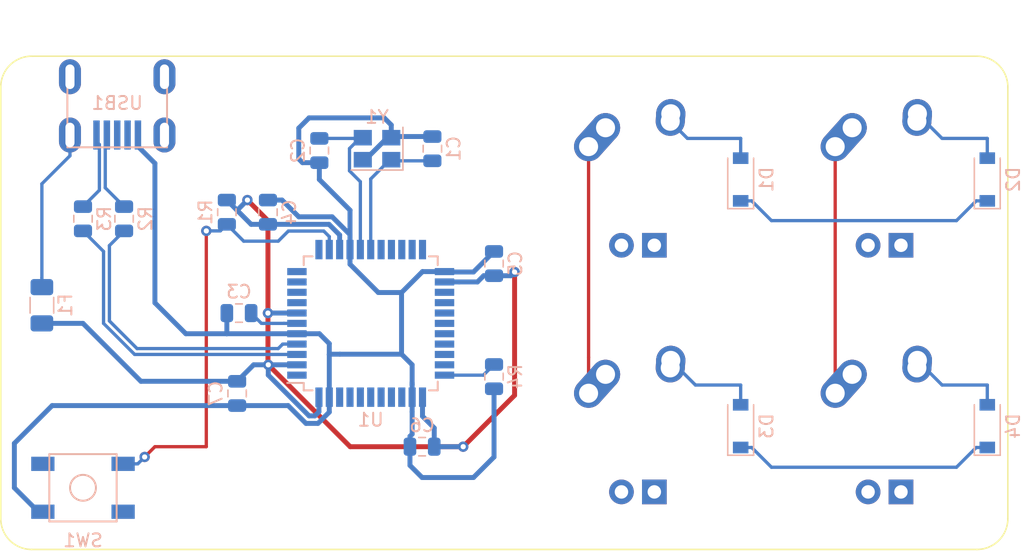
<source format=kicad_pcb>
(kicad_pcb (version 20171130) (host pcbnew "(5.1.4)-1")

  (general
    (thickness 1.6)
    (drawings 8)
    (tracks 199)
    (zones 0)
    (modules 24)
    (nets 49)
  )

  (page A4)
  (layers
    (0 F.Cu signal)
    (31 B.Cu signal)
    (32 B.Adhes user)
    (33 F.Adhes user)
    (34 B.Paste user)
    (35 F.Paste user)
    (36 B.SilkS user)
    (37 F.SilkS user)
    (38 B.Mask user)
    (39 F.Mask user)
    (40 Dwgs.User user)
    (41 Cmts.User user)
    (42 Eco1.User user)
    (43 Eco2.User user)
    (44 Edge.Cuts user)
    (45 Margin user)
    (46 B.CrtYd user)
    (47 F.CrtYd user)
    (48 B.Fab user)
    (49 F.Fab user)
  )

  (setup
    (last_trace_width 0.254)
    (trace_clearance 0.2)
    (zone_clearance 0.508)
    (zone_45_only no)
    (trace_min 0.2)
    (via_size 0.8)
    (via_drill 0.4)
    (via_min_size 0.4)
    (via_min_drill 0.3)
    (uvia_size 0.3)
    (uvia_drill 0.1)
    (uvias_allowed no)
    (uvia_min_size 0.2)
    (uvia_min_drill 0.1)
    (edge_width 0.05)
    (segment_width 0.2)
    (pcb_text_width 0.3)
    (pcb_text_size 1.5 1.5)
    (mod_edge_width 0.12)
    (mod_text_size 1 1)
    (mod_text_width 0.15)
    (pad_size 1.524 1.524)
    (pad_drill 0.762)
    (pad_to_mask_clearance 0.051)
    (solder_mask_min_width 0.25)
    (aux_axis_origin 0 0)
    (visible_elements 7FFFFFFF)
    (pcbplotparams
      (layerselection 0x010fc_ffffffff)
      (usegerberextensions false)
      (usegerberattributes false)
      (usegerberadvancedattributes false)
      (creategerberjobfile false)
      (excludeedgelayer true)
      (linewidth 0.100000)
      (plotframeref false)
      (viasonmask false)
      (mode 1)
      (useauxorigin false)
      (hpglpennumber 1)
      (hpglpenspeed 20)
      (hpglpendiameter 15.000000)
      (psnegative false)
      (psa4output false)
      (plotreference true)
      (plotvalue true)
      (plotinvisibletext false)
      (padsonsilk false)
      (subtractmaskfromsilk false)
      (outputformat 1)
      (mirror false)
      (drillshape 1)
      (scaleselection 1)
      (outputdirectory ""))
  )

  (net 0 "")
  (net 1 GND)
  (net 2 "Net-(C1-Pad1)")
  (net 3 "Net-(C2-Pad1)")
  (net 4 "Net-(C3-Pad1)")
  (net 5 +5V)
  (net 6 "Net-(D1-Pad2)")
  (net 7 ROW0)
  (net 8 "Net-(D2-Pad2)")
  (net 9 "Net-(D3-Pad2)")
  (net 10 ROW1)
  (net 11 "Net-(D4-Pad2)")
  (net 12 VCC)
  (net 13 "Net-(R1-Pad2)")
  (net 14 D+)
  (net 15 "Net-(R2-Pad1)")
  (net 16 D-)
  (net 17 "Net-(R3-Pad1)")
  (net 18 "Net-(R4-Pad2)")
  (net 19 "Net-(U1-Pad42)")
  (net 20 "Net-(U1-Pad41)")
  (net 21 "Net-(U1-Pad40)")
  (net 22 "Net-(U1-Pad39)")
  (net 23 "Net-(U1-Pad38)")
  (net 24 "Net-(U1-Pad37)")
  (net 25 "Net-(U1-Pad36)")
  (net 26 "Net-(U1-Pad32)")
  (net 27 "Net-(U1-Pad31)")
  (net 28 "Net-(U1-Pad30)")
  (net 29 "Net-(U1-Pad29)")
  (net 30 "Net-(U1-Pad28)")
  (net 31 "Net-(U1-Pad27)")
  (net 32 "Net-(U1-Pad26)")
  (net 33 "Net-(U1-Pad25)")
  (net 34 "Net-(U1-Pad22)")
  (net 35 "Net-(U1-Pad21)")
  (net 36 "Net-(U1-Pad20)")
  (net 37 "Net-(U1-Pad19)")
  (net 38 "Net-(U1-Pad18)")
  (net 39 "Net-(U1-Pad12)")
  (net 40 "Net-(U1-Pad11)")
  (net 41 "Net-(U1-Pad10)")
  (net 42 "Net-(U1-Pad9)")
  (net 43 "Net-(U1-Pad8)")
  (net 44 "Net-(U1-Pad1)")
  (net 45 "Net-(USB1-Pad3)")
  (net 46 "Net-(USB1-Pad2)")
  (net 47 COL0)
  (net 48 COL1)

  (net_class Default "This is the default net class."
    (clearance 0.2)
    (trace_width 0.254)
    (via_dia 0.8)
    (via_drill 0.4)
    (uvia_dia 0.3)
    (uvia_drill 0.1)
    (add_net COL0)
    (add_net COL1)
    (add_net D+)
    (add_net D-)
    (add_net "Net-(C1-Pad1)")
    (add_net "Net-(C2-Pad1)")
    (add_net "Net-(C3-Pad1)")
    (add_net "Net-(D1-Pad2)")
    (add_net "Net-(D2-Pad2)")
    (add_net "Net-(D3-Pad2)")
    (add_net "Net-(D4-Pad2)")
    (add_net "Net-(R1-Pad2)")
    (add_net "Net-(R2-Pad1)")
    (add_net "Net-(R3-Pad1)")
    (add_net "Net-(R4-Pad2)")
    (add_net "Net-(U1-Pad1)")
    (add_net "Net-(U1-Pad10)")
    (add_net "Net-(U1-Pad11)")
    (add_net "Net-(U1-Pad12)")
    (add_net "Net-(U1-Pad18)")
    (add_net "Net-(U1-Pad19)")
    (add_net "Net-(U1-Pad20)")
    (add_net "Net-(U1-Pad21)")
    (add_net "Net-(U1-Pad22)")
    (add_net "Net-(U1-Pad25)")
    (add_net "Net-(U1-Pad26)")
    (add_net "Net-(U1-Pad27)")
    (add_net "Net-(U1-Pad28)")
    (add_net "Net-(U1-Pad29)")
    (add_net "Net-(U1-Pad30)")
    (add_net "Net-(U1-Pad31)")
    (add_net "Net-(U1-Pad32)")
    (add_net "Net-(U1-Pad36)")
    (add_net "Net-(U1-Pad37)")
    (add_net "Net-(U1-Pad38)")
    (add_net "Net-(U1-Pad39)")
    (add_net "Net-(U1-Pad40)")
    (add_net "Net-(U1-Pad41)")
    (add_net "Net-(U1-Pad42)")
    (add_net "Net-(U1-Pad8)")
    (add_net "Net-(U1-Pad9)")
    (add_net "Net-(USB1-Pad2)")
    (add_net "Net-(USB1-Pad3)")
    (add_net ROW0)
    (add_net ROW1)
    (add_net VCC)
  )

  (net_class Power ""
    (clearance 0.2)
    (trace_width 0.381)
    (via_dia 0.8)
    (via_drill 0.4)
    (uvia_dia 0.3)
    (uvia_drill 0.1)
    (add_net +5V)
    (add_net GND)
  )

  (module MX_Alps_Hybrid:MX-1U (layer F.Cu) (tedit 5A9F3A9A) (tstamp 5FC66381)
    (at 233.3625 58.7375)
    (path /5FC37334)
    (fp_text reference MX4 (at 0 3.175) (layer Dwgs.User)
      (effects (font (size 1 1) (thickness 0.15)))
    )
    (fp_text value MX-NoLED (at 0 -7.9375) (layer Dwgs.User)
      (effects (font (size 1 1) (thickness 0.15)))
    )
    (fp_line (start -9.525 9.525) (end -9.525 -9.525) (layer Dwgs.User) (width 0.15))
    (fp_line (start 9.525 9.525) (end -9.525 9.525) (layer Dwgs.User) (width 0.15))
    (fp_line (start 9.525 -9.525) (end 9.525 9.525) (layer Dwgs.User) (width 0.15))
    (fp_line (start -9.525 -9.525) (end 9.525 -9.525) (layer Dwgs.User) (width 0.15))
    (fp_line (start -7 -7) (end -7 -5) (layer Dwgs.User) (width 0.15))
    (fp_line (start -5 -7) (end -7 -7) (layer Dwgs.User) (width 0.15))
    (fp_line (start -7 7) (end -5 7) (layer Dwgs.User) (width 0.15))
    (fp_line (start -7 5) (end -7 7) (layer Dwgs.User) (width 0.15))
    (fp_line (start 7 7) (end 7 5) (layer Dwgs.User) (width 0.15))
    (fp_line (start 5 7) (end 7 7) (layer Dwgs.User) (width 0.15))
    (fp_line (start 7 -7) (end 7 -5) (layer Dwgs.User) (width 0.15))
    (fp_line (start 5 -7) (end 7 -7) (layer Dwgs.User) (width 0.15))
    (pad "" np_thru_hole circle (at 5.08 0 48.0996) (size 1.75 1.75) (drill 1.75) (layers *.Cu *.Mask))
    (pad "" np_thru_hole circle (at -5.08 0 48.0996) (size 1.75 1.75) (drill 1.75) (layers *.Cu *.Mask))
    (pad 4 thru_hole rect (at 1.27 5.08) (size 1.905 1.905) (drill 1.04) (layers *.Cu B.Mask))
    (pad 3 thru_hole circle (at -1.27 5.08) (size 1.905 1.905) (drill 1.04) (layers *.Cu B.Mask))
    (pad 1 thru_hole circle (at -2.5 -4) (size 2.25 2.25) (drill 1.47) (layers *.Cu B.Mask)
      (net 48 COL1))
    (pad "" np_thru_hole circle (at 0 0) (size 3.9878 3.9878) (drill 3.9878) (layers *.Cu *.Mask))
    (pad 1 thru_hole oval (at -3.81 -2.54 48.0996) (size 4.211556 2.25) (drill 1.47 (offset 0.980778 0)) (layers *.Cu B.Mask)
      (net 48 COL1))
    (pad 2 thru_hole circle (at 2.54 -5.08) (size 2.25 2.25) (drill 1.47) (layers *.Cu B.Mask)
      (net 11 "Net-(D4-Pad2)"))
    (pad 2 thru_hole oval (at 2.5 -4.5 86.0548) (size 2.831378 2.25) (drill 1.47 (offset 0.290689 0)) (layers *.Cu B.Mask)
      (net 11 "Net-(D4-Pad2)"))
  )

  (module MX_Alps_Hybrid:MX-1U (layer F.Cu) (tedit 5A9F3A9A) (tstamp 5FC6636A)
    (at 214.3125 58.7375)
    (path /5FC3649A)
    (fp_text reference MX3 (at 0 3.175) (layer Dwgs.User)
      (effects (font (size 1 1) (thickness 0.15)))
    )
    (fp_text value MX-NoLED (at 0 -7.9375) (layer Dwgs.User)
      (effects (font (size 1 1) (thickness 0.15)))
    )
    (fp_line (start -9.525 9.525) (end -9.525 -9.525) (layer Dwgs.User) (width 0.15))
    (fp_line (start 9.525 9.525) (end -9.525 9.525) (layer Dwgs.User) (width 0.15))
    (fp_line (start 9.525 -9.525) (end 9.525 9.525) (layer Dwgs.User) (width 0.15))
    (fp_line (start -9.525 -9.525) (end 9.525 -9.525) (layer Dwgs.User) (width 0.15))
    (fp_line (start -7 -7) (end -7 -5) (layer Dwgs.User) (width 0.15))
    (fp_line (start -5 -7) (end -7 -7) (layer Dwgs.User) (width 0.15))
    (fp_line (start -7 7) (end -5 7) (layer Dwgs.User) (width 0.15))
    (fp_line (start -7 5) (end -7 7) (layer Dwgs.User) (width 0.15))
    (fp_line (start 7 7) (end 7 5) (layer Dwgs.User) (width 0.15))
    (fp_line (start 5 7) (end 7 7) (layer Dwgs.User) (width 0.15))
    (fp_line (start 7 -7) (end 7 -5) (layer Dwgs.User) (width 0.15))
    (fp_line (start 5 -7) (end 7 -7) (layer Dwgs.User) (width 0.15))
    (pad "" np_thru_hole circle (at 5.08 0 48.0996) (size 1.75 1.75) (drill 1.75) (layers *.Cu *.Mask))
    (pad "" np_thru_hole circle (at -5.08 0 48.0996) (size 1.75 1.75) (drill 1.75) (layers *.Cu *.Mask))
    (pad 4 thru_hole rect (at 1.27 5.08) (size 1.905 1.905) (drill 1.04) (layers *.Cu B.Mask))
    (pad 3 thru_hole circle (at -1.27 5.08) (size 1.905 1.905) (drill 1.04) (layers *.Cu B.Mask))
    (pad 1 thru_hole circle (at -2.5 -4) (size 2.25 2.25) (drill 1.47) (layers *.Cu B.Mask)
      (net 47 COL0))
    (pad "" np_thru_hole circle (at 0 0) (size 3.9878 3.9878) (drill 3.9878) (layers *.Cu *.Mask))
    (pad 1 thru_hole oval (at -3.81 -2.54 48.0996) (size 4.211556 2.25) (drill 1.47 (offset 0.980778 0)) (layers *.Cu B.Mask)
      (net 47 COL0))
    (pad 2 thru_hole circle (at 2.54 -5.08) (size 2.25 2.25) (drill 1.47) (layers *.Cu B.Mask)
      (net 9 "Net-(D3-Pad2)"))
    (pad 2 thru_hole oval (at 2.5 -4.5 86.0548) (size 2.831378 2.25) (drill 1.47 (offset 0.290689 0)) (layers *.Cu B.Mask)
      (net 9 "Net-(D3-Pad2)"))
  )

  (module MX_Alps_Hybrid:MX-1U (layer F.Cu) (tedit 5A9F3A9A) (tstamp 5FC66353)
    (at 233.3625 39.6875)
    (path /5FC3555D)
    (fp_text reference MX2 (at 0 3.175) (layer Dwgs.User)
      (effects (font (size 1 1) (thickness 0.15)))
    )
    (fp_text value MX-NoLED (at 0 -7.9375) (layer Dwgs.User)
      (effects (font (size 1 1) (thickness 0.15)))
    )
    (fp_line (start -9.525 9.525) (end -9.525 -9.525) (layer Dwgs.User) (width 0.15))
    (fp_line (start 9.525 9.525) (end -9.525 9.525) (layer Dwgs.User) (width 0.15))
    (fp_line (start 9.525 -9.525) (end 9.525 9.525) (layer Dwgs.User) (width 0.15))
    (fp_line (start -9.525 -9.525) (end 9.525 -9.525) (layer Dwgs.User) (width 0.15))
    (fp_line (start -7 -7) (end -7 -5) (layer Dwgs.User) (width 0.15))
    (fp_line (start -5 -7) (end -7 -7) (layer Dwgs.User) (width 0.15))
    (fp_line (start -7 7) (end -5 7) (layer Dwgs.User) (width 0.15))
    (fp_line (start -7 5) (end -7 7) (layer Dwgs.User) (width 0.15))
    (fp_line (start 7 7) (end 7 5) (layer Dwgs.User) (width 0.15))
    (fp_line (start 5 7) (end 7 7) (layer Dwgs.User) (width 0.15))
    (fp_line (start 7 -7) (end 7 -5) (layer Dwgs.User) (width 0.15))
    (fp_line (start 5 -7) (end 7 -7) (layer Dwgs.User) (width 0.15))
    (pad "" np_thru_hole circle (at 5.08 0 48.0996) (size 1.75 1.75) (drill 1.75) (layers *.Cu *.Mask))
    (pad "" np_thru_hole circle (at -5.08 0 48.0996) (size 1.75 1.75) (drill 1.75) (layers *.Cu *.Mask))
    (pad 4 thru_hole rect (at 1.27 5.08) (size 1.905 1.905) (drill 1.04) (layers *.Cu B.Mask))
    (pad 3 thru_hole circle (at -1.27 5.08) (size 1.905 1.905) (drill 1.04) (layers *.Cu B.Mask))
    (pad 1 thru_hole circle (at -2.5 -4) (size 2.25 2.25) (drill 1.47) (layers *.Cu B.Mask)
      (net 48 COL1))
    (pad "" np_thru_hole circle (at 0 0) (size 3.9878 3.9878) (drill 3.9878) (layers *.Cu *.Mask))
    (pad 1 thru_hole oval (at -3.81 -2.54 48.0996) (size 4.211556 2.25) (drill 1.47 (offset 0.980778 0)) (layers *.Cu B.Mask)
      (net 48 COL1))
    (pad 2 thru_hole circle (at 2.54 -5.08) (size 2.25 2.25) (drill 1.47) (layers *.Cu B.Mask)
      (net 8 "Net-(D2-Pad2)"))
    (pad 2 thru_hole oval (at 2.5 -4.5 86.0548) (size 2.831378 2.25) (drill 1.47 (offset 0.290689 0)) (layers *.Cu B.Mask)
      (net 8 "Net-(D2-Pad2)"))
  )

  (module MX_Alps_Hybrid:MX-1U (layer F.Cu) (tedit 5A9F3A9A) (tstamp 5FC69A1C)
    (at 214.3125 39.6875)
    (path /5FC2BBDC)
    (fp_text reference MX1 (at 0 3.175 180) (layer Dwgs.User)
      (effects (font (size 1 1) (thickness 0.15)))
    )
    (fp_text value MX-NoLED (at 0 -7.9375 180) (layer Dwgs.User)
      (effects (font (size 1 1) (thickness 0.15)))
    )
    (fp_line (start -9.525 9.525) (end -9.525 -9.525) (layer Dwgs.User) (width 0.15))
    (fp_line (start 9.525 9.525) (end -9.525 9.525) (layer Dwgs.User) (width 0.15))
    (fp_line (start 9.525 -9.525) (end 9.525 9.525) (layer Dwgs.User) (width 0.15))
    (fp_line (start -9.525 -9.525) (end 9.525 -9.525) (layer Dwgs.User) (width 0.15))
    (fp_line (start -7 -7) (end -7 -5) (layer Dwgs.User) (width 0.15))
    (fp_line (start -5 -7) (end -7 -7) (layer Dwgs.User) (width 0.15))
    (fp_line (start -7 7) (end -5 7) (layer Dwgs.User) (width 0.15))
    (fp_line (start -7 5) (end -7 7) (layer Dwgs.User) (width 0.15))
    (fp_line (start 7 7) (end 7 5) (layer Dwgs.User) (width 0.15))
    (fp_line (start 5 7) (end 7 7) (layer Dwgs.User) (width 0.15))
    (fp_line (start 7 -7) (end 7 -5) (layer Dwgs.User) (width 0.15))
    (fp_line (start 5 -7) (end 7 -7) (layer Dwgs.User) (width 0.15))
    (pad "" np_thru_hole circle (at 5.08 0 48.0996) (size 1.75 1.75) (drill 1.75) (layers *.Cu *.Mask))
    (pad "" np_thru_hole circle (at -5.08 0 48.0996) (size 1.75 1.75) (drill 1.75) (layers *.Cu *.Mask))
    (pad 4 thru_hole rect (at 1.27 5.08) (size 1.905 1.905) (drill 1.04) (layers *.Cu B.Mask))
    (pad 3 thru_hole circle (at -1.27 5.08) (size 1.905 1.905) (drill 1.04) (layers *.Cu B.Mask))
    (pad 1 thru_hole circle (at -2.5 -4) (size 2.25 2.25) (drill 1.47) (layers *.Cu B.Mask)
      (net 47 COL0))
    (pad "" np_thru_hole circle (at 0 0) (size 3.9878 3.9878) (drill 3.9878) (layers *.Cu *.Mask))
    (pad 1 thru_hole oval (at -3.81 -2.54 48.0996) (size 4.211556 2.25) (drill 1.47 (offset 0.980778 0)) (layers *.Cu B.Mask)
      (net 47 COL0))
    (pad 2 thru_hole circle (at 2.54 -5.08) (size 2.25 2.25) (drill 1.47) (layers *.Cu B.Mask)
      (net 6 "Net-(D1-Pad2)"))
    (pad 2 thru_hole oval (at 2.5 -4.5 86.0548) (size 2.831378 2.25) (drill 1.47 (offset 0.290689 0)) (layers *.Cu B.Mask)
      (net 6 "Net-(D1-Pad2)"))
  )

  (module Crystal:Crystal_SMD_3225-4Pin_3.2x2.5mm (layer B.Cu) (tedit 5A0FD1B2) (tstamp 5FC5F051)
    (at 194.1625 37.30625 180)
    (descr "SMD Crystal SERIES SMD3225/4 http://www.txccrystal.com/images/pdf/7m-accuracy.pdf, 3.2x2.5mm^2 package")
    (tags "SMD SMT crystal")
    (path /5FC0D0A8)
    (attr smd)
    (fp_text reference Y1 (at 0 2.45) (layer B.SilkS)
      (effects (font (size 1 1) (thickness 0.15)) (justify mirror))
    )
    (fp_text value 16Mhz (at 0 -2.45) (layer B.Fab)
      (effects (font (size 1 1) (thickness 0.15)) (justify mirror))
    )
    (fp_line (start 2.1 1.7) (end -2.1 1.7) (layer B.CrtYd) (width 0.05))
    (fp_line (start 2.1 -1.7) (end 2.1 1.7) (layer B.CrtYd) (width 0.05))
    (fp_line (start -2.1 -1.7) (end 2.1 -1.7) (layer B.CrtYd) (width 0.05))
    (fp_line (start -2.1 1.7) (end -2.1 -1.7) (layer B.CrtYd) (width 0.05))
    (fp_line (start -2 -1.65) (end 2 -1.65) (layer B.SilkS) (width 0.12))
    (fp_line (start -2 1.65) (end -2 -1.65) (layer B.SilkS) (width 0.12))
    (fp_line (start -1.6 -0.25) (end -0.6 -1.25) (layer B.Fab) (width 0.1))
    (fp_line (start 1.6 1.25) (end -1.6 1.25) (layer B.Fab) (width 0.1))
    (fp_line (start 1.6 -1.25) (end 1.6 1.25) (layer B.Fab) (width 0.1))
    (fp_line (start -1.6 -1.25) (end 1.6 -1.25) (layer B.Fab) (width 0.1))
    (fp_line (start -1.6 1.25) (end -1.6 -1.25) (layer B.Fab) (width 0.1))
    (fp_text user %R (at 0 0) (layer B.Fab)
      (effects (font (size 0.7 0.7) (thickness 0.105)) (justify mirror))
    )
    (pad 4 smd rect (at -1.1 0.85 180) (size 1.4 1.2) (layers B.Cu B.Paste B.Mask)
      (net 1 GND))
    (pad 3 smd rect (at 1.1 0.85 180) (size 1.4 1.2) (layers B.Cu B.Paste B.Mask)
      (net 3 "Net-(C2-Pad1)"))
    (pad 2 smd rect (at 1.1 -0.85 180) (size 1.4 1.2) (layers B.Cu B.Paste B.Mask)
      (net 1 GND))
    (pad 1 smd rect (at -1.1 -0.85 180) (size 1.4 1.2) (layers B.Cu B.Paste B.Mask)
      (net 2 "Net-(C1-Pad1)"))
    (model ${KISYS3DMOD}/Crystal.3dshapes/Crystal_SMD_3225-4Pin_3.2x2.5mm.wrl
      (at (xyz 0 0 0))
      (scale (xyz 1 1 1))
      (rotate (xyz 0 0 0))
    )
  )

  (module random-keyboard-parts:Molex-0548190589 (layer B.Cu) (tedit 5C494815) (tstamp 5FC5F03D)
    (at 174.09375 31.75 270)
    (path /5FC20C0B)
    (attr smd)
    (fp_text reference USB1 (at 2.032 0) (layer B.SilkS)
      (effects (font (size 1 1) (thickness 0.15)) (justify mirror))
    )
    (fp_text value Molex-0548190589 (at -5.08 0) (layer Dwgs.User)
      (effects (font (size 1 1) (thickness 0.15)))
    )
    (fp_text user %R (at 2 0) (layer B.CrtYd)
      (effects (font (size 1 1) (thickness 0.15)) (justify mirror))
    )
    (fp_line (start 3.25 1.25) (end 5.5 1.25) (layer B.CrtYd) (width 0.15))
    (fp_line (start 5.5 0.5) (end 3.25 0.5) (layer B.CrtYd) (width 0.15))
    (fp_line (start 3.25 -0.5) (end 5.5 -0.5) (layer B.CrtYd) (width 0.15))
    (fp_line (start 5.5 -1.25) (end 3.25 -1.25) (layer B.CrtYd) (width 0.15))
    (fp_line (start 3.25 -2) (end 5.5 -2) (layer B.CrtYd) (width 0.15))
    (fp_line (start 3.25 2) (end 3.25 -2) (layer B.CrtYd) (width 0.15))
    (fp_line (start 5.5 2) (end 3.25 2) (layer B.CrtYd) (width 0.15))
    (fp_line (start -3.75 -3.75) (end -3.75 3.75) (layer B.CrtYd) (width 0.15))
    (fp_line (start 5.5 -3.75) (end -3.75 -3.75) (layer B.CrtYd) (width 0.15))
    (fp_line (start 5.5 3.75) (end 5.5 -3.75) (layer B.CrtYd) (width 0.15))
    (fp_line (start -3.75 3.75) (end 5.5 3.75) (layer B.CrtYd) (width 0.15))
    (fp_line (start 0 3.85) (end 5.45 3.85) (layer B.SilkS) (width 0.15))
    (fp_line (start 0 -3.85) (end 5.45 -3.85) (layer B.SilkS) (width 0.15))
    (fp_line (start 5.45 3.85) (end 5.45 -3.85) (layer B.SilkS) (width 0.15))
    (fp_line (start -3.75 3.85) (end 0 3.85) (layer Dwgs.User) (width 0.15))
    (fp_line (start -3.75 -3.85) (end 0 -3.85) (layer Dwgs.User) (width 0.15))
    (fp_line (start -1.75 4.572) (end -1.75 -4.572) (layer Dwgs.User) (width 0.15))
    (fp_line (start -3.75 3.85) (end -3.75 -3.85) (layer Dwgs.User) (width 0.15))
    (pad 6 thru_hole oval (at 0 3.65 270) (size 2.7 1.7) (drill oval 1.9 0.7) (layers *.Cu *.Mask)
      (net 12 VCC))
    (pad 6 thru_hole oval (at 0 -3.65 270) (size 2.7 1.7) (drill oval 1.9 0.7) (layers *.Cu *.Mask)
      (net 12 VCC))
    (pad 6 thru_hole oval (at 4.5 -3.65 270) (size 2.7 1.7) (drill oval 1.9 0.7) (layers *.Cu *.Mask)
      (net 12 VCC))
    (pad 6 thru_hole oval (at 4.5 3.65 270) (size 2.7 1.7) (drill oval 1.9 0.7) (layers *.Cu *.Mask)
      (net 12 VCC))
    (pad 5 smd rect (at 4.5 1.6 270) (size 2.25 0.5) (layers B.Cu B.Paste B.Mask)
      (net 16 D-))
    (pad 4 smd rect (at 4.5 0.8 270) (size 2.25 0.5) (layers B.Cu B.Paste B.Mask)
      (net 14 D+))
    (pad 3 smd rect (at 4.5 0 270) (size 2.25 0.5) (layers B.Cu B.Paste B.Mask)
      (net 45 "Net-(USB1-Pad3)"))
    (pad 2 smd rect (at 4.5 -0.8 270) (size 2.25 0.5) (layers B.Cu B.Paste B.Mask)
      (net 46 "Net-(USB1-Pad2)"))
    (pad 1 smd rect (at 4.5 -1.6 270) (size 2.25 0.5) (layers B.Cu B.Paste B.Mask)
      (net 1 GND))
  )

  (module Package_QFP:TQFP-44_10x10mm_P0.8mm (layer B.Cu) (tedit 5A02F146) (tstamp 5FC5F01D)
    (at 193.675 50.8)
    (descr "44-Lead Plastic Thin Quad Flatpack (PT) - 10x10x1.0 mm Body [TQFP] (see Microchip Packaging Specification 00000049BS.pdf)")
    (tags "QFP 0.8")
    (path /5FBDBB46)
    (attr smd)
    (fp_text reference U1 (at 0 7.45) (layer B.SilkS)
      (effects (font (size 1 1) (thickness 0.15)) (justify mirror))
    )
    (fp_text value ATmega32U4-AU (at 0 -7.45) (layer B.Fab)
      (effects (font (size 1 1) (thickness 0.15)) (justify mirror))
    )
    (fp_line (start -5.175 4.6) (end -6.45 4.6) (layer B.SilkS) (width 0.15))
    (fp_line (start 5.175 5.175) (end 4.5 5.175) (layer B.SilkS) (width 0.15))
    (fp_line (start 5.175 -5.175) (end 4.5 -5.175) (layer B.SilkS) (width 0.15))
    (fp_line (start -5.175 -5.175) (end -4.5 -5.175) (layer B.SilkS) (width 0.15))
    (fp_line (start -5.175 5.175) (end -4.5 5.175) (layer B.SilkS) (width 0.15))
    (fp_line (start -5.175 -5.175) (end -5.175 -4.5) (layer B.SilkS) (width 0.15))
    (fp_line (start 5.175 -5.175) (end 5.175 -4.5) (layer B.SilkS) (width 0.15))
    (fp_line (start 5.175 5.175) (end 5.175 4.5) (layer B.SilkS) (width 0.15))
    (fp_line (start -5.175 5.175) (end -5.175 4.6) (layer B.SilkS) (width 0.15))
    (fp_line (start -6.7 -6.7) (end 6.7 -6.7) (layer B.CrtYd) (width 0.05))
    (fp_line (start -6.7 6.7) (end 6.7 6.7) (layer B.CrtYd) (width 0.05))
    (fp_line (start 6.7 6.7) (end 6.7 -6.7) (layer B.CrtYd) (width 0.05))
    (fp_line (start -6.7 6.7) (end -6.7 -6.7) (layer B.CrtYd) (width 0.05))
    (fp_line (start -5 4) (end -4 5) (layer B.Fab) (width 0.15))
    (fp_line (start -5 -5) (end -5 4) (layer B.Fab) (width 0.15))
    (fp_line (start 5 -5) (end -5 -5) (layer B.Fab) (width 0.15))
    (fp_line (start 5 5) (end 5 -5) (layer B.Fab) (width 0.15))
    (fp_line (start -4 5) (end 5 5) (layer B.Fab) (width 0.15))
    (fp_text user %R (at 0.0125 0.14375) (layer B.Fab)
      (effects (font (size 1 1) (thickness 0.15)) (justify mirror))
    )
    (pad 44 smd rect (at -4 5.7 270) (size 1.5 0.55) (layers B.Cu B.Paste B.Mask)
      (net 5 +5V))
    (pad 43 smd rect (at -3.2 5.7 270) (size 1.5 0.55) (layers B.Cu B.Paste B.Mask)
      (net 1 GND))
    (pad 42 smd rect (at -2.4 5.7 270) (size 1.5 0.55) (layers B.Cu B.Paste B.Mask)
      (net 19 "Net-(U1-Pad42)"))
    (pad 41 smd rect (at -1.6 5.7 270) (size 1.5 0.55) (layers B.Cu B.Paste B.Mask)
      (net 20 "Net-(U1-Pad41)"))
    (pad 40 smd rect (at -0.8 5.7 270) (size 1.5 0.55) (layers B.Cu B.Paste B.Mask)
      (net 21 "Net-(U1-Pad40)"))
    (pad 39 smd rect (at 0 5.7 270) (size 1.5 0.55) (layers B.Cu B.Paste B.Mask)
      (net 22 "Net-(U1-Pad39)"))
    (pad 38 smd rect (at 0.8 5.7 270) (size 1.5 0.55) (layers B.Cu B.Paste B.Mask)
      (net 23 "Net-(U1-Pad38)"))
    (pad 37 smd rect (at 1.6 5.7 270) (size 1.5 0.55) (layers B.Cu B.Paste B.Mask)
      (net 24 "Net-(U1-Pad37)"))
    (pad 36 smd rect (at 2.4 5.7 270) (size 1.5 0.55) (layers B.Cu B.Paste B.Mask)
      (net 25 "Net-(U1-Pad36)"))
    (pad 35 smd rect (at 3.2 5.7 270) (size 1.5 0.55) (layers B.Cu B.Paste B.Mask)
      (net 1 GND))
    (pad 34 smd rect (at 4 5.7 270) (size 1.5 0.55) (layers B.Cu B.Paste B.Mask)
      (net 5 +5V))
    (pad 33 smd rect (at 5.7 4) (size 1.5 0.55) (layers B.Cu B.Paste B.Mask)
      (net 18 "Net-(R4-Pad2)"))
    (pad 32 smd rect (at 5.7 3.2) (size 1.5 0.55) (layers B.Cu B.Paste B.Mask)
      (net 26 "Net-(U1-Pad32)"))
    (pad 31 smd rect (at 5.7 2.4) (size 1.5 0.55) (layers B.Cu B.Paste B.Mask)
      (net 27 "Net-(U1-Pad31)"))
    (pad 30 smd rect (at 5.7 1.6) (size 1.5 0.55) (layers B.Cu B.Paste B.Mask)
      (net 28 "Net-(U1-Pad30)"))
    (pad 29 smd rect (at 5.7 0.8) (size 1.5 0.55) (layers B.Cu B.Paste B.Mask)
      (net 29 "Net-(U1-Pad29)"))
    (pad 28 smd rect (at 5.7 0) (size 1.5 0.55) (layers B.Cu B.Paste B.Mask)
      (net 30 "Net-(U1-Pad28)"))
    (pad 27 smd rect (at 5.7 -0.8) (size 1.5 0.55) (layers B.Cu B.Paste B.Mask)
      (net 31 "Net-(U1-Pad27)"))
    (pad 26 smd rect (at 5.7 -1.6) (size 1.5 0.55) (layers B.Cu B.Paste B.Mask)
      (net 32 "Net-(U1-Pad26)"))
    (pad 25 smd rect (at 5.7 -2.4) (size 1.5 0.55) (layers B.Cu B.Paste B.Mask)
      (net 33 "Net-(U1-Pad25)"))
    (pad 24 smd rect (at 5.7 -3.2) (size 1.5 0.55) (layers B.Cu B.Paste B.Mask)
      (net 5 +5V))
    (pad 23 smd rect (at 5.7 -4) (size 1.5 0.55) (layers B.Cu B.Paste B.Mask)
      (net 1 GND))
    (pad 22 smd rect (at 4 -5.7 270) (size 1.5 0.55) (layers B.Cu B.Paste B.Mask)
      (net 34 "Net-(U1-Pad22)"))
    (pad 21 smd rect (at 3.2 -5.7 270) (size 1.5 0.55) (layers B.Cu B.Paste B.Mask)
      (net 35 "Net-(U1-Pad21)"))
    (pad 20 smd rect (at 2.4 -5.7 270) (size 1.5 0.55) (layers B.Cu B.Paste B.Mask)
      (net 36 "Net-(U1-Pad20)"))
    (pad 19 smd rect (at 1.6 -5.7 270) (size 1.5 0.55) (layers B.Cu B.Paste B.Mask)
      (net 37 "Net-(U1-Pad19)"))
    (pad 18 smd rect (at 0.8 -5.7 270) (size 1.5 0.55) (layers B.Cu B.Paste B.Mask)
      (net 38 "Net-(U1-Pad18)"))
    (pad 17 smd rect (at 0 -5.7 270) (size 1.5 0.55) (layers B.Cu B.Paste B.Mask)
      (net 2 "Net-(C1-Pad1)"))
    (pad 16 smd rect (at -0.8 -5.7 270) (size 1.5 0.55) (layers B.Cu B.Paste B.Mask)
      (net 3 "Net-(C2-Pad1)"))
    (pad 15 smd rect (at -1.6 -5.7 270) (size 1.5 0.55) (layers B.Cu B.Paste B.Mask)
      (net 1 GND))
    (pad 14 smd rect (at -2.4 -5.7 270) (size 1.5 0.55) (layers B.Cu B.Paste B.Mask)
      (net 5 +5V))
    (pad 13 smd rect (at -3.2 -5.7 270) (size 1.5 0.55) (layers B.Cu B.Paste B.Mask)
      (net 13 "Net-(R1-Pad2)"))
    (pad 12 smd rect (at -4 -5.7 270) (size 1.5 0.55) (layers B.Cu B.Paste B.Mask)
      (net 39 "Net-(U1-Pad12)"))
    (pad 11 smd rect (at -5.7 -4) (size 1.5 0.55) (layers B.Cu B.Paste B.Mask)
      (net 40 "Net-(U1-Pad11)"))
    (pad 10 smd rect (at -5.7 -3.2) (size 1.5 0.55) (layers B.Cu B.Paste B.Mask)
      (net 41 "Net-(U1-Pad10)"))
    (pad 9 smd rect (at -5.7 -2.4) (size 1.5 0.55) (layers B.Cu B.Paste B.Mask)
      (net 42 "Net-(U1-Pad9)"))
    (pad 8 smd rect (at -5.7 -1.6) (size 1.5 0.55) (layers B.Cu B.Paste B.Mask)
      (net 43 "Net-(U1-Pad8)"))
    (pad 7 smd rect (at -5.7 -0.8) (size 1.5 0.55) (layers B.Cu B.Paste B.Mask)
      (net 5 +5V))
    (pad 6 smd rect (at -5.7 0) (size 1.5 0.55) (layers B.Cu B.Paste B.Mask)
      (net 4 "Net-(C3-Pad1)"))
    (pad 5 smd rect (at -5.7 0.8) (size 1.5 0.55) (layers B.Cu B.Paste B.Mask)
      (net 1 GND))
    (pad 4 smd rect (at -5.7 1.6) (size 1.5 0.55) (layers B.Cu B.Paste B.Mask)
      (net 15 "Net-(R2-Pad1)"))
    (pad 3 smd rect (at -5.7 2.4) (size 1.5 0.55) (layers B.Cu B.Paste B.Mask)
      (net 17 "Net-(R3-Pad1)"))
    (pad 2 smd rect (at -5.7 3.2) (size 1.5 0.55) (layers B.Cu B.Paste B.Mask)
      (net 5 +5V))
    (pad 1 smd rect (at -5.7 4) (size 1.5 0.55) (layers B.Cu B.Paste B.Mask)
      (net 44 "Net-(U1-Pad1)"))
    (model ${KISYS3DMOD}/Package_QFP.3dshapes/TQFP-44_10x10mm_P0.8mm.wrl
      (at (xyz 0 0 0))
      (scale (xyz 1 1 1))
      (rotate (xyz 0 0 0))
    )
  )

  (module random-keyboard-parts:SKQG-1155865 (layer B.Cu) (tedit 5E62B398) (tstamp 5FC5EFDA)
    (at 171.45 63.5 180)
    (path /5FC19520)
    (attr smd)
    (fp_text reference SW1 (at 0 -4.064) (layer B.SilkS)
      (effects (font (size 1 1) (thickness 0.15)) (justify mirror))
    )
    (fp_text value SW_Push (at 0 4.064) (layer B.Fab)
      (effects (font (size 1 1) (thickness 0.15)) (justify mirror))
    )
    (fp_line (start -2.6 2.6) (end 2.6 2.6) (layer B.SilkS) (width 0.15))
    (fp_line (start 2.6 2.6) (end 2.6 -2.6) (layer B.SilkS) (width 0.15))
    (fp_line (start 2.6 -2.6) (end -2.6 -2.6) (layer B.SilkS) (width 0.15))
    (fp_line (start -2.6 -2.6) (end -2.6 2.6) (layer B.SilkS) (width 0.15))
    (fp_circle (center 0 0) (end 1 0) (layer B.SilkS) (width 0.15))
    (fp_line (start -4.2 2.6) (end 4.2 2.6) (layer B.Fab) (width 0.15))
    (fp_line (start 4.2 2.6) (end 4.2 1.2) (layer B.Fab) (width 0.15))
    (fp_line (start 4.2 1.1) (end 2.6 1.1) (layer B.Fab) (width 0.15))
    (fp_line (start 2.6 1.1) (end 2.6 -1.1) (layer B.Fab) (width 0.15))
    (fp_line (start 2.6 -1.1) (end 4.2 -1.1) (layer B.Fab) (width 0.15))
    (fp_line (start 4.2 -1.1) (end 4.2 -2.6) (layer B.Fab) (width 0.15))
    (fp_line (start 4.2 -2.6) (end -4.2 -2.6) (layer B.Fab) (width 0.15))
    (fp_line (start -4.2 -2.6) (end -4.2 -1.1) (layer B.Fab) (width 0.15))
    (fp_line (start -4.2 -1.1) (end -2.6 -1.1) (layer B.Fab) (width 0.15))
    (fp_line (start -2.6 -1.1) (end -2.6 1.1) (layer B.Fab) (width 0.15))
    (fp_line (start -2.6 1.1) (end -4.2 1.1) (layer B.Fab) (width 0.15))
    (fp_line (start -4.2 1.1) (end -4.2 2.6) (layer B.Fab) (width 0.15))
    (fp_circle (center 0 0) (end 1 0) (layer B.Fab) (width 0.15))
    (fp_line (start -2.6 1.1) (end -1.1 2.6) (layer B.Fab) (width 0.15))
    (fp_line (start 2.6 1.1) (end 1.1 2.6) (layer B.Fab) (width 0.15))
    (fp_line (start 2.6 -1.1) (end 1.1 -2.6) (layer B.Fab) (width 0.15))
    (fp_line (start -2.6 -1.1) (end -1.1 -2.6) (layer B.Fab) (width 0.15))
    (pad 4 smd rect (at -3.1 -1.85 180) (size 1.8 1.1) (layers B.Cu B.Paste B.Mask))
    (pad 3 smd rect (at 3.1 1.85 180) (size 1.8 1.1) (layers B.Cu B.Paste B.Mask))
    (pad 2 smd rect (at -3.1 1.85 180) (size 1.8 1.1) (layers B.Cu B.Paste B.Mask)
      (net 13 "Net-(R1-Pad2)"))
    (pad 1 smd rect (at 3.1 -1.85 180) (size 1.8 1.1) (layers B.Cu B.Paste B.Mask)
      (net 1 GND))
    (model ${KISYS3DMOD}/Button_Switch_SMD.3dshapes/SW_SPST_TL3342.step
      (at (xyz 0 0 0))
      (scale (xyz 1 1 1))
      (rotate (xyz 0 0 0))
    )
  )

  (module Resistor_SMD:R_0805_2012Metric (layer B.Cu) (tedit 5B36C52B) (tstamp 5FC5EFBC)
    (at 203.2 54.9125 90)
    (descr "Resistor SMD 0805 (2012 Metric), square (rectangular) end terminal, IPC_7351 nominal, (Body size source: https://docs.google.com/spreadsheets/d/1BsfQQcO9C6DZCsRaXUlFlo91Tg2WpOkGARC1WS5S8t0/edit?usp=sharing), generated with kicad-footprint-generator")
    (tags resistor)
    (path /5FBEB9A0)
    (attr smd)
    (fp_text reference R4 (at 0 1.65 270) (layer B.SilkS)
      (effects (font (size 1 1) (thickness 0.15)) (justify mirror))
    )
    (fp_text value 10K (at 0 -1.65 270) (layer B.Fab)
      (effects (font (size 1 1) (thickness 0.15)) (justify mirror))
    )
    (fp_text user %R (at 0 0 270) (layer B.Fab)
      (effects (font (size 0.5 0.5) (thickness 0.08)) (justify mirror))
    )
    (fp_line (start 1.68 -0.95) (end -1.68 -0.95) (layer B.CrtYd) (width 0.05))
    (fp_line (start 1.68 0.95) (end 1.68 -0.95) (layer B.CrtYd) (width 0.05))
    (fp_line (start -1.68 0.95) (end 1.68 0.95) (layer B.CrtYd) (width 0.05))
    (fp_line (start -1.68 -0.95) (end -1.68 0.95) (layer B.CrtYd) (width 0.05))
    (fp_line (start -0.258578 -0.71) (end 0.258578 -0.71) (layer B.SilkS) (width 0.12))
    (fp_line (start -0.258578 0.71) (end 0.258578 0.71) (layer B.SilkS) (width 0.12))
    (fp_line (start 1 -0.6) (end -1 -0.6) (layer B.Fab) (width 0.1))
    (fp_line (start 1 0.6) (end 1 -0.6) (layer B.Fab) (width 0.1))
    (fp_line (start -1 0.6) (end 1 0.6) (layer B.Fab) (width 0.1))
    (fp_line (start -1 -0.6) (end -1 0.6) (layer B.Fab) (width 0.1))
    (pad 2 smd roundrect (at 0.9375 0 90) (size 0.975 1.4) (layers B.Cu B.Paste B.Mask) (roundrect_rratio 0.25)
      (net 18 "Net-(R4-Pad2)"))
    (pad 1 smd roundrect (at -0.9375 0 90) (size 0.975 1.4) (layers B.Cu B.Paste B.Mask) (roundrect_rratio 0.25)
      (net 1 GND))
    (model ${KISYS3DMOD}/Resistor_SMD.3dshapes/R_0805_2012Metric.wrl
      (at (xyz 0 0 0))
      (scale (xyz 1 1 1))
      (rotate (xyz 0 0 0))
    )
  )

  (module Resistor_SMD:R_0805_2012Metric (layer B.Cu) (tedit 5B36C52B) (tstamp 5FC5EFAB)
    (at 171.45 42.71875 90)
    (descr "Resistor SMD 0805 (2012 Metric), square (rectangular) end terminal, IPC_7351 nominal, (Body size source: https://docs.google.com/spreadsheets/d/1BsfQQcO9C6DZCsRaXUlFlo91Tg2WpOkGARC1WS5S8t0/edit?usp=sharing), generated with kicad-footprint-generator")
    (tags resistor)
    (path /5FBEE7A3)
    (attr smd)
    (fp_text reference R3 (at 0 1.65 270) (layer B.SilkS)
      (effects (font (size 1 1) (thickness 0.15)) (justify mirror))
    )
    (fp_text value 22 (at 0 -1.65 270) (layer B.Fab)
      (effects (font (size 1 1) (thickness 0.15)) (justify mirror))
    )
    (fp_text user %R (at 0 0 90) (layer B.Fab)
      (effects (font (size 0.5 0.5) (thickness 0.08)) (justify mirror))
    )
    (fp_line (start 1.68 -0.95) (end -1.68 -0.95) (layer B.CrtYd) (width 0.05))
    (fp_line (start 1.68 0.95) (end 1.68 -0.95) (layer B.CrtYd) (width 0.05))
    (fp_line (start -1.68 0.95) (end 1.68 0.95) (layer B.CrtYd) (width 0.05))
    (fp_line (start -1.68 -0.95) (end -1.68 0.95) (layer B.CrtYd) (width 0.05))
    (fp_line (start -0.258578 -0.71) (end 0.258578 -0.71) (layer B.SilkS) (width 0.12))
    (fp_line (start -0.258578 0.71) (end 0.258578 0.71) (layer B.SilkS) (width 0.12))
    (fp_line (start 1 -0.6) (end -1 -0.6) (layer B.Fab) (width 0.1))
    (fp_line (start 1 0.6) (end 1 -0.6) (layer B.Fab) (width 0.1))
    (fp_line (start -1 0.6) (end 1 0.6) (layer B.Fab) (width 0.1))
    (fp_line (start -1 -0.6) (end -1 0.6) (layer B.Fab) (width 0.1))
    (pad 2 smd roundrect (at 0.9375 0 90) (size 0.975 1.4) (layers B.Cu B.Paste B.Mask) (roundrect_rratio 0.25)
      (net 16 D-))
    (pad 1 smd roundrect (at -0.9375 0 90) (size 0.975 1.4) (layers B.Cu B.Paste B.Mask) (roundrect_rratio 0.25)
      (net 17 "Net-(R3-Pad1)"))
    (model ${KISYS3DMOD}/Resistor_SMD.3dshapes/R_0805_2012Metric.wrl
      (at (xyz 0 0 0))
      (scale (xyz 1 1 1))
      (rotate (xyz 0 0 0))
    )
  )

  (module Resistor_SMD:R_0805_2012Metric (layer B.Cu) (tedit 5B36C52B) (tstamp 5FC9759D)
    (at 174.625 42.71875 90)
    (descr "Resistor SMD 0805 (2012 Metric), square (rectangular) end terminal, IPC_7351 nominal, (Body size source: https://docs.google.com/spreadsheets/d/1BsfQQcO9C6DZCsRaXUlFlo91Tg2WpOkGARC1WS5S8t0/edit?usp=sharing), generated with kicad-footprint-generator")
    (tags resistor)
    (path /5FBEC63A)
    (attr smd)
    (fp_text reference R2 (at 0 1.65 90) (layer B.SilkS)
      (effects (font (size 1 1) (thickness 0.15)) (justify mirror))
    )
    (fp_text value 22 (at 0 -1.65 90) (layer B.Fab)
      (effects (font (size 1 1) (thickness 0.15)) (justify mirror))
    )
    (fp_text user %R (at 0 0 90) (layer B.Fab)
      (effects (font (size 0.5 0.5) (thickness 0.08)) (justify mirror))
    )
    (fp_line (start 1.68 -0.95) (end -1.68 -0.95) (layer B.CrtYd) (width 0.05))
    (fp_line (start 1.68 0.95) (end 1.68 -0.95) (layer B.CrtYd) (width 0.05))
    (fp_line (start -1.68 0.95) (end 1.68 0.95) (layer B.CrtYd) (width 0.05))
    (fp_line (start -1.68 -0.95) (end -1.68 0.95) (layer B.CrtYd) (width 0.05))
    (fp_line (start -0.258578 -0.71) (end 0.258578 -0.71) (layer B.SilkS) (width 0.12))
    (fp_line (start -0.258578 0.71) (end 0.258578 0.71) (layer B.SilkS) (width 0.12))
    (fp_line (start 1 -0.6) (end -1 -0.6) (layer B.Fab) (width 0.1))
    (fp_line (start 1 0.6) (end 1 -0.6) (layer B.Fab) (width 0.1))
    (fp_line (start -1 0.6) (end 1 0.6) (layer B.Fab) (width 0.1))
    (fp_line (start -1 -0.6) (end -1 0.6) (layer B.Fab) (width 0.1))
    (pad 2 smd roundrect (at 0.9375 0 90) (size 0.975 1.4) (layers B.Cu B.Paste B.Mask) (roundrect_rratio 0.25)
      (net 14 D+))
    (pad 1 smd roundrect (at -0.9375 0 90) (size 0.975 1.4) (layers B.Cu B.Paste B.Mask) (roundrect_rratio 0.25)
      (net 15 "Net-(R2-Pad1)"))
    (model ${KISYS3DMOD}/Resistor_SMD.3dshapes/R_0805_2012Metric.wrl
      (at (xyz 0 0 0))
      (scale (xyz 1 1 1))
      (rotate (xyz 0 0 0))
    )
  )

  (module Resistor_SMD:R_0805_2012Metric (layer B.Cu) (tedit 5B36C52B) (tstamp 5FC5EF89)
    (at 182.5625 42.2125 270)
    (descr "Resistor SMD 0805 (2012 Metric), square (rectangular) end terminal, IPC_7351 nominal, (Body size source: https://docs.google.com/spreadsheets/d/1BsfQQcO9C6DZCsRaXUlFlo91Tg2WpOkGARC1WS5S8t0/edit?usp=sharing), generated with kicad-footprint-generator")
    (tags resistor)
    (path /5FC1B195)
    (attr smd)
    (fp_text reference R1 (at 0 1.65 270) (layer B.SilkS)
      (effects (font (size 1 1) (thickness 0.15)) (justify mirror))
    )
    (fp_text value 10k (at 0 -1.65 270) (layer B.Fab)
      (effects (font (size 1 1) (thickness 0.15)) (justify mirror))
    )
    (fp_text user %R (at 0 0 270) (layer B.Fab)
      (effects (font (size 0.5 0.5) (thickness 0.08)) (justify mirror))
    )
    (fp_line (start 1.68 -0.95) (end -1.68 -0.95) (layer B.CrtYd) (width 0.05))
    (fp_line (start 1.68 0.95) (end 1.68 -0.95) (layer B.CrtYd) (width 0.05))
    (fp_line (start -1.68 0.95) (end 1.68 0.95) (layer B.CrtYd) (width 0.05))
    (fp_line (start -1.68 -0.95) (end -1.68 0.95) (layer B.CrtYd) (width 0.05))
    (fp_line (start -0.258578 -0.71) (end 0.258578 -0.71) (layer B.SilkS) (width 0.12))
    (fp_line (start -0.258578 0.71) (end 0.258578 0.71) (layer B.SilkS) (width 0.12))
    (fp_line (start 1 -0.6) (end -1 -0.6) (layer B.Fab) (width 0.1))
    (fp_line (start 1 0.6) (end 1 -0.6) (layer B.Fab) (width 0.1))
    (fp_line (start -1 0.6) (end 1 0.6) (layer B.Fab) (width 0.1))
    (fp_line (start -1 -0.6) (end -1 0.6) (layer B.Fab) (width 0.1))
    (pad 2 smd roundrect (at 0.9375 0 270) (size 0.975 1.4) (layers B.Cu B.Paste B.Mask) (roundrect_rratio 0.25)
      (net 13 "Net-(R1-Pad2)"))
    (pad 1 smd roundrect (at -0.9375 0 270) (size 0.975 1.4) (layers B.Cu B.Paste B.Mask) (roundrect_rratio 0.25)
      (net 5 +5V))
    (model ${KISYS3DMOD}/Resistor_SMD.3dshapes/R_0805_2012Metric.wrl
      (at (xyz 0 0 0))
      (scale (xyz 1 1 1))
      (rotate (xyz 0 0 0))
    )
  )

  (module Fuse:Fuse_1206_3216Metric (layer B.Cu) (tedit 5B301BBE) (tstamp 5FC5EF78)
    (at 168.275 49.4 90)
    (descr "Fuse SMD 1206 (3216 Metric), square (rectangular) end terminal, IPC_7351 nominal, (Body size source: http://www.tortai-tech.com/upload/download/2011102023233369053.pdf), generated with kicad-footprint-generator")
    (tags resistor)
    (path /5FC22CD6)
    (attr smd)
    (fp_text reference F1 (at 0 1.82 270) (layer B.SilkS)
      (effects (font (size 1 1) (thickness 0.15)) (justify mirror))
    )
    (fp_text value 500mA (at 0 -1.82 270) (layer B.Fab)
      (effects (font (size 1 1) (thickness 0.15)) (justify mirror))
    )
    (fp_text user %R (at 0 0 270) (layer B.Fab)
      (effects (font (size 0.8 0.8) (thickness 0.12)) (justify mirror))
    )
    (fp_line (start 2.28 -1.12) (end -2.28 -1.12) (layer B.CrtYd) (width 0.05))
    (fp_line (start 2.28 1.12) (end 2.28 -1.12) (layer B.CrtYd) (width 0.05))
    (fp_line (start -2.28 1.12) (end 2.28 1.12) (layer B.CrtYd) (width 0.05))
    (fp_line (start -2.28 -1.12) (end -2.28 1.12) (layer B.CrtYd) (width 0.05))
    (fp_line (start -0.602064 -0.91) (end 0.602064 -0.91) (layer B.SilkS) (width 0.12))
    (fp_line (start -0.602064 0.91) (end 0.602064 0.91) (layer B.SilkS) (width 0.12))
    (fp_line (start 1.6 -0.8) (end -1.6 -0.8) (layer B.Fab) (width 0.1))
    (fp_line (start 1.6 0.8) (end 1.6 -0.8) (layer B.Fab) (width 0.1))
    (fp_line (start -1.6 0.8) (end 1.6 0.8) (layer B.Fab) (width 0.1))
    (fp_line (start -1.6 -0.8) (end -1.6 0.8) (layer B.Fab) (width 0.1))
    (pad 2 smd roundrect (at 1.4 0 90) (size 1.25 1.75) (layers B.Cu B.Paste B.Mask) (roundrect_rratio 0.2)
      (net 12 VCC))
    (pad 1 smd roundrect (at -1.4 0 90) (size 1.25 1.75) (layers B.Cu B.Paste B.Mask) (roundrect_rratio 0.2)
      (net 5 +5V))
    (model ${KISYS3DMOD}/Fuse.3dshapes/Fuse_1206_3216Metric.wrl
      (at (xyz 0 0 0))
      (scale (xyz 1 1 1))
      (rotate (xyz 0 0 0))
    )
  )

  (module Diode_SMD:D_SOD-123 (layer B.Cu) (tedit 58645DC7) (tstamp 5FC5EF67)
    (at 241.3 58.7375 90)
    (descr SOD-123)
    (tags SOD-123)
    (path /5FC3733A)
    (attr smd)
    (fp_text reference D4 (at 0 2 -90) (layer B.SilkS)
      (effects (font (size 1 1) (thickness 0.15)) (justify mirror))
    )
    (fp_text value SOD-123 (at 0 -2.1 -90) (layer B.Fab)
      (effects (font (size 1 1) (thickness 0.15)) (justify mirror))
    )
    (fp_line (start -2.25 1) (end 1.65 1) (layer B.SilkS) (width 0.12))
    (fp_line (start -2.25 -1) (end 1.65 -1) (layer B.SilkS) (width 0.12))
    (fp_line (start -2.35 1.15) (end -2.35 -1.15) (layer B.CrtYd) (width 0.05))
    (fp_line (start 2.35 -1.15) (end -2.35 -1.15) (layer B.CrtYd) (width 0.05))
    (fp_line (start 2.35 1.15) (end 2.35 -1.15) (layer B.CrtYd) (width 0.05))
    (fp_line (start -2.35 1.15) (end 2.35 1.15) (layer B.CrtYd) (width 0.05))
    (fp_line (start -1.4 0.9) (end 1.4 0.9) (layer B.Fab) (width 0.1))
    (fp_line (start 1.4 0.9) (end 1.4 -0.9) (layer B.Fab) (width 0.1))
    (fp_line (start 1.4 -0.9) (end -1.4 -0.9) (layer B.Fab) (width 0.1))
    (fp_line (start -1.4 -0.9) (end -1.4 0.9) (layer B.Fab) (width 0.1))
    (fp_line (start -0.75 0) (end -0.35 0) (layer B.Fab) (width 0.1))
    (fp_line (start -0.35 0) (end -0.35 0.55) (layer B.Fab) (width 0.1))
    (fp_line (start -0.35 0) (end -0.35 -0.55) (layer B.Fab) (width 0.1))
    (fp_line (start -0.35 0) (end 0.25 0.4) (layer B.Fab) (width 0.1))
    (fp_line (start 0.25 0.4) (end 0.25 -0.4) (layer B.Fab) (width 0.1))
    (fp_line (start 0.25 -0.4) (end -0.35 0) (layer B.Fab) (width 0.1))
    (fp_line (start 0.25 0) (end 0.75 0) (layer B.Fab) (width 0.1))
    (fp_line (start -2.25 1) (end -2.25 -1) (layer B.SilkS) (width 0.12))
    (fp_text user %R (at 0 2 -90) (layer B.Fab)
      (effects (font (size 1 1) (thickness 0.15)) (justify mirror))
    )
    (pad 2 smd rect (at 1.65 0 90) (size 0.9 1.2) (layers B.Cu B.Paste B.Mask)
      (net 11 "Net-(D4-Pad2)"))
    (pad 1 smd rect (at -1.65 0 90) (size 0.9 1.2) (layers B.Cu B.Paste B.Mask)
      (net 10 ROW1))
    (model ${KISYS3DMOD}/Diode_SMD.3dshapes/D_SOD-123.wrl
      (at (xyz 0 0 0))
      (scale (xyz 1 1 1))
      (rotate (xyz 0 0 0))
    )
  )

  (module Diode_SMD:D_SOD-123 (layer B.Cu) (tedit 58645DC7) (tstamp 5FC5EF4E)
    (at 222.25 58.7375 90)
    (descr SOD-123)
    (tags SOD-123)
    (path /5FC364A0)
    (attr smd)
    (fp_text reference D3 (at 0 2 -90) (layer B.SilkS)
      (effects (font (size 1 1) (thickness 0.15)) (justify mirror))
    )
    (fp_text value SOD-123 (at 0 -2.1 -90) (layer B.Fab)
      (effects (font (size 1 1) (thickness 0.15)) (justify mirror))
    )
    (fp_line (start -2.25 1) (end 1.65 1) (layer B.SilkS) (width 0.12))
    (fp_line (start -2.25 -1) (end 1.65 -1) (layer B.SilkS) (width 0.12))
    (fp_line (start -2.35 1.15) (end -2.35 -1.15) (layer B.CrtYd) (width 0.05))
    (fp_line (start 2.35 -1.15) (end -2.35 -1.15) (layer B.CrtYd) (width 0.05))
    (fp_line (start 2.35 1.15) (end 2.35 -1.15) (layer B.CrtYd) (width 0.05))
    (fp_line (start -2.35 1.15) (end 2.35 1.15) (layer B.CrtYd) (width 0.05))
    (fp_line (start -1.4 0.9) (end 1.4 0.9) (layer B.Fab) (width 0.1))
    (fp_line (start 1.4 0.9) (end 1.4 -0.9) (layer B.Fab) (width 0.1))
    (fp_line (start 1.4 -0.9) (end -1.4 -0.9) (layer B.Fab) (width 0.1))
    (fp_line (start -1.4 -0.9) (end -1.4 0.9) (layer B.Fab) (width 0.1))
    (fp_line (start -0.75 0) (end -0.35 0) (layer B.Fab) (width 0.1))
    (fp_line (start -0.35 0) (end -0.35 0.55) (layer B.Fab) (width 0.1))
    (fp_line (start -0.35 0) (end -0.35 -0.55) (layer B.Fab) (width 0.1))
    (fp_line (start -0.35 0) (end 0.25 0.4) (layer B.Fab) (width 0.1))
    (fp_line (start 0.25 0.4) (end 0.25 -0.4) (layer B.Fab) (width 0.1))
    (fp_line (start 0.25 -0.4) (end -0.35 0) (layer B.Fab) (width 0.1))
    (fp_line (start 0.25 0) (end 0.75 0) (layer B.Fab) (width 0.1))
    (fp_line (start -2.25 1) (end -2.25 -1) (layer B.SilkS) (width 0.12))
    (fp_text user %R (at 0 2 -90) (layer B.Fab)
      (effects (font (size 1 1) (thickness 0.15)) (justify mirror))
    )
    (pad 2 smd rect (at 1.65 0 90) (size 0.9 1.2) (layers B.Cu B.Paste B.Mask)
      (net 9 "Net-(D3-Pad2)"))
    (pad 1 smd rect (at -1.65 0 90) (size 0.9 1.2) (layers B.Cu B.Paste B.Mask)
      (net 10 ROW1))
    (model ${KISYS3DMOD}/Diode_SMD.3dshapes/D_SOD-123.wrl
      (at (xyz 0 0 0))
      (scale (xyz 1 1 1))
      (rotate (xyz 0 0 0))
    )
  )

  (module Diode_SMD:D_SOD-123 (layer B.Cu) (tedit 58645DC7) (tstamp 5FC5EF35)
    (at 241.3 39.6875 90)
    (descr SOD-123)
    (tags SOD-123)
    (path /5FC35563)
    (attr smd)
    (fp_text reference D2 (at 0 2 -90) (layer B.SilkS)
      (effects (font (size 1 1) (thickness 0.15)) (justify mirror))
    )
    (fp_text value SOD-123 (at 0 -2.1 -90) (layer B.Fab)
      (effects (font (size 1 1) (thickness 0.15)) (justify mirror))
    )
    (fp_line (start -2.25 1) (end 1.65 1) (layer B.SilkS) (width 0.12))
    (fp_line (start -2.25 -1) (end 1.65 -1) (layer B.SilkS) (width 0.12))
    (fp_line (start -2.35 1.15) (end -2.35 -1.15) (layer B.CrtYd) (width 0.05))
    (fp_line (start 2.35 -1.15) (end -2.35 -1.15) (layer B.CrtYd) (width 0.05))
    (fp_line (start 2.35 1.15) (end 2.35 -1.15) (layer B.CrtYd) (width 0.05))
    (fp_line (start -2.35 1.15) (end 2.35 1.15) (layer B.CrtYd) (width 0.05))
    (fp_line (start -1.4 0.9) (end 1.4 0.9) (layer B.Fab) (width 0.1))
    (fp_line (start 1.4 0.9) (end 1.4 -0.9) (layer B.Fab) (width 0.1))
    (fp_line (start 1.4 -0.9) (end -1.4 -0.9) (layer B.Fab) (width 0.1))
    (fp_line (start -1.4 -0.9) (end -1.4 0.9) (layer B.Fab) (width 0.1))
    (fp_line (start -0.75 0) (end -0.35 0) (layer B.Fab) (width 0.1))
    (fp_line (start -0.35 0) (end -0.35 0.55) (layer B.Fab) (width 0.1))
    (fp_line (start -0.35 0) (end -0.35 -0.55) (layer B.Fab) (width 0.1))
    (fp_line (start -0.35 0) (end 0.25 0.4) (layer B.Fab) (width 0.1))
    (fp_line (start 0.25 0.4) (end 0.25 -0.4) (layer B.Fab) (width 0.1))
    (fp_line (start 0.25 -0.4) (end -0.35 0) (layer B.Fab) (width 0.1))
    (fp_line (start 0.25 0) (end 0.75 0) (layer B.Fab) (width 0.1))
    (fp_line (start -2.25 1) (end -2.25 -1) (layer B.SilkS) (width 0.12))
    (fp_text user %R (at 0 2 -90) (layer B.Fab)
      (effects (font (size 1 1) (thickness 0.15)) (justify mirror))
    )
    (pad 2 smd rect (at 1.65 0 90) (size 0.9 1.2) (layers B.Cu B.Paste B.Mask)
      (net 8 "Net-(D2-Pad2)"))
    (pad 1 smd rect (at -1.65 0 90) (size 0.9 1.2) (layers B.Cu B.Paste B.Mask)
      (net 7 ROW0))
    (model ${KISYS3DMOD}/Diode_SMD.3dshapes/D_SOD-123.wrl
      (at (xyz 0 0 0))
      (scale (xyz 1 1 1))
      (rotate (xyz 0 0 0))
    )
  )

  (module Diode_SMD:D_SOD-123 (layer B.Cu) (tedit 58645DC7) (tstamp 5FC5EF1C)
    (at 222.25 39.6875 90)
    (descr SOD-123)
    (tags SOD-123)
    (path /5FC2ED2F)
    (attr smd)
    (fp_text reference D1 (at 0 2 270) (layer B.SilkS)
      (effects (font (size 1 1) (thickness 0.15)) (justify mirror))
    )
    (fp_text value SOD-123 (at 0 -2.1 270) (layer B.Fab)
      (effects (font (size 1 1) (thickness 0.15)) (justify mirror))
    )
    (fp_line (start -2.25 1) (end 1.65 1) (layer B.SilkS) (width 0.12))
    (fp_line (start -2.25 -1) (end 1.65 -1) (layer B.SilkS) (width 0.12))
    (fp_line (start -2.35 1.15) (end -2.35 -1.15) (layer B.CrtYd) (width 0.05))
    (fp_line (start 2.35 -1.15) (end -2.35 -1.15) (layer B.CrtYd) (width 0.05))
    (fp_line (start 2.35 1.15) (end 2.35 -1.15) (layer B.CrtYd) (width 0.05))
    (fp_line (start -2.35 1.15) (end 2.35 1.15) (layer B.CrtYd) (width 0.05))
    (fp_line (start -1.4 0.9) (end 1.4 0.9) (layer B.Fab) (width 0.1))
    (fp_line (start 1.4 0.9) (end 1.4 -0.9) (layer B.Fab) (width 0.1))
    (fp_line (start 1.4 -0.9) (end -1.4 -0.9) (layer B.Fab) (width 0.1))
    (fp_line (start -1.4 -0.9) (end -1.4 0.9) (layer B.Fab) (width 0.1))
    (fp_line (start -0.75 0) (end -0.35 0) (layer B.Fab) (width 0.1))
    (fp_line (start -0.35 0) (end -0.35 0.55) (layer B.Fab) (width 0.1))
    (fp_line (start -0.35 0) (end -0.35 -0.55) (layer B.Fab) (width 0.1))
    (fp_line (start -0.35 0) (end 0.25 0.4) (layer B.Fab) (width 0.1))
    (fp_line (start 0.25 0.4) (end 0.25 -0.4) (layer B.Fab) (width 0.1))
    (fp_line (start 0.25 -0.4) (end -0.35 0) (layer B.Fab) (width 0.1))
    (fp_line (start 0.25 0) (end 0.75 0) (layer B.Fab) (width 0.1))
    (fp_line (start -2.25 1) (end -2.25 -1) (layer B.SilkS) (width 0.12))
    (fp_text user %R (at 0 2 270) (layer B.Fab)
      (effects (font (size 1 1) (thickness 0.15)) (justify mirror))
    )
    (pad 2 smd rect (at 1.65 0 90) (size 0.9 1.2) (layers B.Cu B.Paste B.Mask)
      (net 6 "Net-(D1-Pad2)"))
    (pad 1 smd rect (at -1.65 0 90) (size 0.9 1.2) (layers B.Cu B.Paste B.Mask)
      (net 7 ROW0))
    (model ${KISYS3DMOD}/Diode_SMD.3dshapes/D_SOD-123.wrl
      (at (xyz 0 0 0))
      (scale (xyz 1 1 1))
      (rotate (xyz 0 0 0))
    )
  )

  (module Capacitor_SMD:C_0805_2012Metric (layer B.Cu) (tedit 5B36C52B) (tstamp 5FC5EF03)
    (at 183.35625 56.2125 270)
    (descr "Capacitor SMD 0805 (2012 Metric), square (rectangular) end terminal, IPC_7351 nominal, (Body size source: https://docs.google.com/spreadsheets/d/1BsfQQcO9C6DZCsRaXUlFlo91Tg2WpOkGARC1WS5S8t0/edit?usp=sharing), generated with kicad-footprint-generator")
    (tags capacitor)
    (path /5FBFC9E4)
    (attr smd)
    (fp_text reference C7 (at 0 1.65 90) (layer B.SilkS)
      (effects (font (size 1 1) (thickness 0.15)) (justify mirror))
    )
    (fp_text value 10uF (at 0 -1.65 90) (layer B.Fab)
      (effects (font (size 1 1) (thickness 0.15)) (justify mirror))
    )
    (fp_text user %R (at 0 0 90) (layer B.Fab)
      (effects (font (size 0.5 0.5) (thickness 0.08)) (justify mirror))
    )
    (fp_line (start 1.68 -0.95) (end -1.68 -0.95) (layer B.CrtYd) (width 0.05))
    (fp_line (start 1.68 0.95) (end 1.68 -0.95) (layer B.CrtYd) (width 0.05))
    (fp_line (start -1.68 0.95) (end 1.68 0.95) (layer B.CrtYd) (width 0.05))
    (fp_line (start -1.68 -0.95) (end -1.68 0.95) (layer B.CrtYd) (width 0.05))
    (fp_line (start -0.258578 -0.71) (end 0.258578 -0.71) (layer B.SilkS) (width 0.12))
    (fp_line (start -0.258578 0.71) (end 0.258578 0.71) (layer B.SilkS) (width 0.12))
    (fp_line (start 1 -0.6) (end -1 -0.6) (layer B.Fab) (width 0.1))
    (fp_line (start 1 0.6) (end 1 -0.6) (layer B.Fab) (width 0.1))
    (fp_line (start -1 0.6) (end 1 0.6) (layer B.Fab) (width 0.1))
    (fp_line (start -1 -0.6) (end -1 0.6) (layer B.Fab) (width 0.1))
    (pad 2 smd roundrect (at 0.9375 0 270) (size 0.975 1.4) (layers B.Cu B.Paste B.Mask) (roundrect_rratio 0.25)
      (net 1 GND))
    (pad 1 smd roundrect (at -0.9375 0 270) (size 0.975 1.4) (layers B.Cu B.Paste B.Mask) (roundrect_rratio 0.25)
      (net 5 +5V))
    (model ${KISYS3DMOD}/Capacitor_SMD.3dshapes/C_0805_2012Metric.wrl
      (at (xyz 0 0 0))
      (scale (xyz 1 1 1))
      (rotate (xyz 0 0 0))
    )
  )

  (module Capacitor_SMD:C_0805_2012Metric (layer B.Cu) (tedit 5B36C52B) (tstamp 5FC5EEF2)
    (at 197.64375 60.325 180)
    (descr "Capacitor SMD 0805 (2012 Metric), square (rectangular) end terminal, IPC_7351 nominal, (Body size source: https://docs.google.com/spreadsheets/d/1BsfQQcO9C6DZCsRaXUlFlo91Tg2WpOkGARC1WS5S8t0/edit?usp=sharing), generated with kicad-footprint-generator")
    (tags capacitor)
    (path /5FBFC668)
    (attr smd)
    (fp_text reference C6 (at 0 1.65) (layer B.SilkS)
      (effects (font (size 1 1) (thickness 0.15)) (justify mirror))
    )
    (fp_text value 0.1uF (at 0 -1.65) (layer B.Fab)
      (effects (font (size 1 1) (thickness 0.15)) (justify mirror))
    )
    (fp_text user %R (at 0 0) (layer B.Fab)
      (effects (font (size 0.5 0.5) (thickness 0.08)) (justify mirror))
    )
    (fp_line (start 1.68 -0.95) (end -1.68 -0.95) (layer B.CrtYd) (width 0.05))
    (fp_line (start 1.68 0.95) (end 1.68 -0.95) (layer B.CrtYd) (width 0.05))
    (fp_line (start -1.68 0.95) (end 1.68 0.95) (layer B.CrtYd) (width 0.05))
    (fp_line (start -1.68 -0.95) (end -1.68 0.95) (layer B.CrtYd) (width 0.05))
    (fp_line (start -0.258578 -0.71) (end 0.258578 -0.71) (layer B.SilkS) (width 0.12))
    (fp_line (start -0.258578 0.71) (end 0.258578 0.71) (layer B.SilkS) (width 0.12))
    (fp_line (start 1 -0.6) (end -1 -0.6) (layer B.Fab) (width 0.1))
    (fp_line (start 1 0.6) (end 1 -0.6) (layer B.Fab) (width 0.1))
    (fp_line (start -1 0.6) (end 1 0.6) (layer B.Fab) (width 0.1))
    (fp_line (start -1 -0.6) (end -1 0.6) (layer B.Fab) (width 0.1))
    (pad 2 smd roundrect (at 0.9375 0 180) (size 0.975 1.4) (layers B.Cu B.Paste B.Mask) (roundrect_rratio 0.25)
      (net 1 GND))
    (pad 1 smd roundrect (at -0.9375 0 180) (size 0.975 1.4) (layers B.Cu B.Paste B.Mask) (roundrect_rratio 0.25)
      (net 5 +5V))
    (model ${KISYS3DMOD}/Capacitor_SMD.3dshapes/C_0805_2012Metric.wrl
      (at (xyz 0 0 0))
      (scale (xyz 1 1 1))
      (rotate (xyz 0 0 0))
    )
  )

  (module Capacitor_SMD:C_0805_2012Metric (layer B.Cu) (tedit 5B36C52B) (tstamp 5FC5EEE1)
    (at 203.2 46.18125 90)
    (descr "Capacitor SMD 0805 (2012 Metric), square (rectangular) end terminal, IPC_7351 nominal, (Body size source: https://docs.google.com/spreadsheets/d/1BsfQQcO9C6DZCsRaXUlFlo91Tg2WpOkGARC1WS5S8t0/edit?usp=sharing), generated with kicad-footprint-generator")
    (tags capacitor)
    (path /5FBFC2B3)
    (attr smd)
    (fp_text reference C5 (at 0 1.65 270) (layer B.SilkS)
      (effects (font (size 1 1) (thickness 0.15)) (justify mirror))
    )
    (fp_text value 0.1uF (at 0 -1.65 270) (layer B.Fab)
      (effects (font (size 1 1) (thickness 0.15)) (justify mirror))
    )
    (fp_text user %R (at 0 0 270) (layer B.Fab)
      (effects (font (size 0.5 0.5) (thickness 0.08)) (justify mirror))
    )
    (fp_line (start 1.68 -0.95) (end -1.68 -0.95) (layer B.CrtYd) (width 0.05))
    (fp_line (start 1.68 0.95) (end 1.68 -0.95) (layer B.CrtYd) (width 0.05))
    (fp_line (start -1.68 0.95) (end 1.68 0.95) (layer B.CrtYd) (width 0.05))
    (fp_line (start -1.68 -0.95) (end -1.68 0.95) (layer B.CrtYd) (width 0.05))
    (fp_line (start -0.258578 -0.71) (end 0.258578 -0.71) (layer B.SilkS) (width 0.12))
    (fp_line (start -0.258578 0.71) (end 0.258578 0.71) (layer B.SilkS) (width 0.12))
    (fp_line (start 1 -0.6) (end -1 -0.6) (layer B.Fab) (width 0.1))
    (fp_line (start 1 0.6) (end 1 -0.6) (layer B.Fab) (width 0.1))
    (fp_line (start -1 0.6) (end 1 0.6) (layer B.Fab) (width 0.1))
    (fp_line (start -1 -0.6) (end -1 0.6) (layer B.Fab) (width 0.1))
    (pad 2 smd roundrect (at 0.9375 0 90) (size 0.975 1.4) (layers B.Cu B.Paste B.Mask) (roundrect_rratio 0.25)
      (net 1 GND))
    (pad 1 smd roundrect (at -0.9375 0 90) (size 0.975 1.4) (layers B.Cu B.Paste B.Mask) (roundrect_rratio 0.25)
      (net 5 +5V))
    (model ${KISYS3DMOD}/Capacitor_SMD.3dshapes/C_0805_2012Metric.wrl
      (at (xyz 0 0 0))
      (scale (xyz 1 1 1))
      (rotate (xyz 0 0 0))
    )
  )

  (module Capacitor_SMD:C_0805_2012Metric (layer B.Cu) (tedit 5B36C52B) (tstamp 5FC5EED0)
    (at 185.7375 42.2125 90)
    (descr "Capacitor SMD 0805 (2012 Metric), square (rectangular) end terminal, IPC_7351 nominal, (Body size source: https://docs.google.com/spreadsheets/d/1BsfQQcO9C6DZCsRaXUlFlo91Tg2WpOkGARC1WS5S8t0/edit?usp=sharing), generated with kicad-footprint-generator")
    (tags capacitor)
    (path /5FBFBEBA)
    (attr smd)
    (fp_text reference C4 (at 0 1.65 90) (layer B.SilkS)
      (effects (font (size 1 1) (thickness 0.15)) (justify mirror))
    )
    (fp_text value 0.1uF (at 0 -1.65 90) (layer B.Fab)
      (effects (font (size 1 1) (thickness 0.15)) (justify mirror))
    )
    (fp_text user %R (at -0.031251 0 90) (layer B.Fab)
      (effects (font (size 0.5 0.5) (thickness 0.08)) (justify mirror))
    )
    (fp_line (start 1.68 -0.95) (end -1.68 -0.95) (layer B.CrtYd) (width 0.05))
    (fp_line (start 1.68 0.95) (end 1.68 -0.95) (layer B.CrtYd) (width 0.05))
    (fp_line (start -1.68 0.95) (end 1.68 0.95) (layer B.CrtYd) (width 0.05))
    (fp_line (start -1.68 -0.95) (end -1.68 0.95) (layer B.CrtYd) (width 0.05))
    (fp_line (start -0.258578 -0.71) (end 0.258578 -0.71) (layer B.SilkS) (width 0.12))
    (fp_line (start -0.258578 0.71) (end 0.258578 0.71) (layer B.SilkS) (width 0.12))
    (fp_line (start 1 -0.6) (end -1 -0.6) (layer B.Fab) (width 0.1))
    (fp_line (start 1 0.6) (end 1 -0.6) (layer B.Fab) (width 0.1))
    (fp_line (start -1 0.6) (end 1 0.6) (layer B.Fab) (width 0.1))
    (fp_line (start -1 -0.6) (end -1 0.6) (layer B.Fab) (width 0.1))
    (pad 2 smd roundrect (at 0.9375 0 90) (size 0.975 1.4) (layers B.Cu B.Paste B.Mask) (roundrect_rratio 0.25)
      (net 1 GND))
    (pad 1 smd roundrect (at -0.9375 0 90) (size 0.975 1.4) (layers B.Cu B.Paste B.Mask) (roundrect_rratio 0.25)
      (net 5 +5V))
    (model ${KISYS3DMOD}/Capacitor_SMD.3dshapes/C_0805_2012Metric.wrl
      (at (xyz 0 0 0))
      (scale (xyz 1 1 1))
      (rotate (xyz 0 0 0))
    )
  )

  (module Capacitor_SMD:C_0805_2012Metric (layer B.Cu) (tedit 5B36C52B) (tstamp 5FC5EEBF)
    (at 183.5 50.00625 180)
    (descr "Capacitor SMD 0805 (2012 Metric), square (rectangular) end terminal, IPC_7351 nominal, (Body size source: https://docs.google.com/spreadsheets/d/1BsfQQcO9C6DZCsRaXUlFlo91Tg2WpOkGARC1WS5S8t0/edit?usp=sharing), generated with kicad-footprint-generator")
    (tags capacitor)
    (path /5FBF9C02)
    (attr smd)
    (fp_text reference C3 (at 0 1.65) (layer B.SilkS)
      (effects (font (size 1 1) (thickness 0.15)) (justify mirror))
    )
    (fp_text value 1uF (at 0 -1.65) (layer B.Fab)
      (effects (font (size 1 1) (thickness 0.15)) (justify mirror))
    )
    (fp_text user %R (at 0.14375 0) (layer B.Fab)
      (effects (font (size 0.5 0.5) (thickness 0.08)) (justify mirror))
    )
    (fp_line (start 1.68 -0.95) (end -1.68 -0.95) (layer B.CrtYd) (width 0.05))
    (fp_line (start 1.68 0.95) (end 1.68 -0.95) (layer B.CrtYd) (width 0.05))
    (fp_line (start -1.68 0.95) (end 1.68 0.95) (layer B.CrtYd) (width 0.05))
    (fp_line (start -1.68 -0.95) (end -1.68 0.95) (layer B.CrtYd) (width 0.05))
    (fp_line (start -0.258578 -0.71) (end 0.258578 -0.71) (layer B.SilkS) (width 0.12))
    (fp_line (start -0.258578 0.71) (end 0.258578 0.71) (layer B.SilkS) (width 0.12))
    (fp_line (start 1 -0.6) (end -1 -0.6) (layer B.Fab) (width 0.1))
    (fp_line (start 1 0.6) (end 1 -0.6) (layer B.Fab) (width 0.1))
    (fp_line (start -1 0.6) (end 1 0.6) (layer B.Fab) (width 0.1))
    (fp_line (start -1 -0.6) (end -1 0.6) (layer B.Fab) (width 0.1))
    (pad 2 smd roundrect (at 0.9375 0 180) (size 0.975 1.4) (layers B.Cu B.Paste B.Mask) (roundrect_rratio 0.25)
      (net 1 GND))
    (pad 1 smd roundrect (at -0.9375 0 180) (size 0.975 1.4) (layers B.Cu B.Paste B.Mask) (roundrect_rratio 0.25)
      (net 4 "Net-(C3-Pad1)"))
    (model ${KISYS3DMOD}/Capacitor_SMD.3dshapes/C_0805_2012Metric.wrl
      (at (xyz 0 0 0))
      (scale (xyz 1 1 1))
      (rotate (xyz 0 0 0))
    )
  )

  (module Capacitor_SMD:C_0805_2012Metric (layer B.Cu) (tedit 5B36C52B) (tstamp 5FC5EEAE)
    (at 189.70625 37.45 270)
    (descr "Capacitor SMD 0805 (2012 Metric), square (rectangular) end terminal, IPC_7351 nominal, (Body size source: https://docs.google.com/spreadsheets/d/1BsfQQcO9C6DZCsRaXUlFlo91Tg2WpOkGARC1WS5S8t0/edit?usp=sharing), generated with kicad-footprint-generator")
    (tags capacitor)
    (path /5FC107D3)
    (attr smd)
    (fp_text reference C2 (at 0 1.65 90) (layer B.SilkS)
      (effects (font (size 1 1) (thickness 0.15)) (justify mirror))
    )
    (fp_text value 22pF (at 0 -1.65 90) (layer B.Fab)
      (effects (font (size 1 1) (thickness 0.15)) (justify mirror))
    )
    (fp_text user %R (at 0 0 90) (layer B.Fab)
      (effects (font (size 0.5 0.5) (thickness 0.08)) (justify mirror))
    )
    (fp_line (start 1.68 -0.95) (end -1.68 -0.95) (layer B.CrtYd) (width 0.05))
    (fp_line (start 1.68 0.95) (end 1.68 -0.95) (layer B.CrtYd) (width 0.05))
    (fp_line (start -1.68 0.95) (end 1.68 0.95) (layer B.CrtYd) (width 0.05))
    (fp_line (start -1.68 -0.95) (end -1.68 0.95) (layer B.CrtYd) (width 0.05))
    (fp_line (start -0.258578 -0.71) (end 0.258578 -0.71) (layer B.SilkS) (width 0.12))
    (fp_line (start -0.258578 0.71) (end 0.258578 0.71) (layer B.SilkS) (width 0.12))
    (fp_line (start 1 -0.6) (end -1 -0.6) (layer B.Fab) (width 0.1))
    (fp_line (start 1 0.6) (end 1 -0.6) (layer B.Fab) (width 0.1))
    (fp_line (start -1 0.6) (end 1 0.6) (layer B.Fab) (width 0.1))
    (fp_line (start -1 -0.6) (end -1 0.6) (layer B.Fab) (width 0.1))
    (pad 2 smd roundrect (at 0.9375 0 270) (size 0.975 1.4) (layers B.Cu B.Paste B.Mask) (roundrect_rratio 0.25)
      (net 1 GND))
    (pad 1 smd roundrect (at -0.9375 0 270) (size 0.975 1.4) (layers B.Cu B.Paste B.Mask) (roundrect_rratio 0.25)
      (net 3 "Net-(C2-Pad1)"))
    (model ${KISYS3DMOD}/Capacitor_SMD.3dshapes/C_0805_2012Metric.wrl
      (at (xyz 0 0 0))
      (scale (xyz 1 1 1))
      (rotate (xyz 0 0 0))
    )
  )

  (module Capacitor_SMD:C_0805_2012Metric (layer B.Cu) (tedit 5B36C52B) (tstamp 5FC5EE9D)
    (at 198.4375 37.30625 90)
    (descr "Capacitor SMD 0805 (2012 Metric), square (rectangular) end terminal, IPC_7351 nominal, (Body size source: https://docs.google.com/spreadsheets/d/1BsfQQcO9C6DZCsRaXUlFlo91Tg2WpOkGARC1WS5S8t0/edit?usp=sharing), generated with kicad-footprint-generator")
    (tags capacitor)
    (path /5FC1118A)
    (attr smd)
    (fp_text reference C1 (at 0 1.65 270) (layer B.SilkS)
      (effects (font (size 1 1) (thickness 0.15)) (justify mirror))
    )
    (fp_text value 22pF (at 0 -1.65 270) (layer B.Fab)
      (effects (font (size 1 1) (thickness 0.15)) (justify mirror))
    )
    (fp_text user %R (at 0 0 270) (layer B.Fab)
      (effects (font (size 0.5 0.5) (thickness 0.08)) (justify mirror))
    )
    (fp_line (start 1.68 -0.95) (end -1.68 -0.95) (layer B.CrtYd) (width 0.05))
    (fp_line (start 1.68 0.95) (end 1.68 -0.95) (layer B.CrtYd) (width 0.05))
    (fp_line (start -1.68 0.95) (end 1.68 0.95) (layer B.CrtYd) (width 0.05))
    (fp_line (start -1.68 -0.95) (end -1.68 0.95) (layer B.CrtYd) (width 0.05))
    (fp_line (start -0.258578 -0.71) (end 0.258578 -0.71) (layer B.SilkS) (width 0.12))
    (fp_line (start -0.258578 0.71) (end 0.258578 0.71) (layer B.SilkS) (width 0.12))
    (fp_line (start 1 -0.6) (end -1 -0.6) (layer B.Fab) (width 0.1))
    (fp_line (start 1 0.6) (end 1 -0.6) (layer B.Fab) (width 0.1))
    (fp_line (start -1 0.6) (end 1 0.6) (layer B.Fab) (width 0.1))
    (fp_line (start -1 -0.6) (end -1 0.6) (layer B.Fab) (width 0.1))
    (pad 2 smd roundrect (at 0.9375 0 90) (size 0.975 1.4) (layers B.Cu B.Paste B.Mask) (roundrect_rratio 0.25)
      (net 1 GND))
    (pad 1 smd roundrect (at -0.9375 0 90) (size 0.975 1.4) (layers B.Cu B.Paste B.Mask) (roundrect_rratio 0.25)
      (net 2 "Net-(C1-Pad1)"))
    (model ${KISYS3DMOD}/Capacitor_SMD.3dshapes/C_0805_2012Metric.wrl
      (at (xyz 0 0 0))
      (scale (xyz 1 1 1))
      (rotate (xyz 0 0 0))
    )
  )

  (gr_line (start 165.1 65.88125) (end 165.1 32.54375) (layer F.SilkS) (width 0.12) (tstamp 5FC98B2D))
  (gr_line (start 240.50625 68.2625) (end 167.48125 68.2625) (layer F.SilkS) (width 0.12) (tstamp 5FC98B29))
  (gr_line (start 167.48125 30.1625) (end 240.50625 30.1625) (layer F.SilkS) (width 0.12) (tstamp 5FC98B24))
  (gr_arc (start 167.48125 65.88125) (end 165.1 65.88125) (angle -90) (layer F.SilkS) (width 0.12))
  (gr_arc (start 167.48125 32.54375) (end 167.48125 30.1625) (angle -90) (layer F.SilkS) (width 0.12))
  (gr_line (start 242.8875 32.54375) (end 242.8875 65.88125) (layer F.SilkS) (width 0.12) (tstamp 5FC98AE2))
  (gr_arc (start 240.50625 65.88125) (end 240.50625 68.2625) (angle -90) (layer F.SilkS) (width 0.12))
  (gr_arc (start 240.50625 32.54375) (end 242.8875 32.54375) (angle -90) (layer F.SilkS) (width 0.12))

  (segment (start 188.40625 38.3875) (end 189.70625 38.3875) (width 0.381) (layer B.Cu) (net 1))
  (segment (start 195.2625 35.47525) (end 194.71225 34.925) (width 0.381) (layer B.Cu) (net 1))
  (segment (start 195.2625 36.45625) (end 195.2625 35.47525) (width 0.381) (layer B.Cu) (net 1))
  (segment (start 188.9125 34.925) (end 188.11875 35.71875) (width 0.381) (layer B.Cu) (net 1))
  (segment (start 194.71225 34.925) (end 188.9125 34.925) (width 0.381) (layer B.Cu) (net 1))
  (segment (start 188.11875 35.71875) (end 188.11875 38.1) (width 0.381) (layer B.Cu) (net 1))
  (segment (start 188.11875 38.1) (end 188.40625 38.3875) (width 0.381) (layer B.Cu) (net 1))
  (segment (start 195.35 36.36875) (end 195.2625 36.45625) (width 0.381) (layer B.Cu) (net 1))
  (segment (start 198.4375 36.36875) (end 195.35 36.36875) (width 0.381) (layer B.Cu) (net 1))
  (segment (start 185.7375 41.275) (end 186.82476 41.275) (width 0.381) (layer B.Cu) (net 1))
  (segment (start 186.82476 41.275) (end 188.11875 42.56899) (width 0.381) (layer B.Cu) (net 1))
  (segment (start 192.075 43.969) (end 192.075 45.1) (width 0.381) (layer B.Cu) (net 1))
  (segment (start 192.075 43.947328) (end 192.075 43.969) (width 0.381) (layer B.Cu) (net 1))
  (segment (start 190.696663 42.568991) (end 192.075 43.947328) (width 0.381) (layer B.Cu) (net 1))
  (segment (start 188.11875 42.56899) (end 190.696663 42.568991) (width 0.381) (layer B.Cu) (net 1))
  (segment (start 189.70625 38.3875) (end 189.70625 39.6875) (width 0.381) (layer B.Cu) (net 1))
  (segment (start 189.70625 39.6875) (end 192.0875 42.06875) (width 0.381) (layer B.Cu) (net 1))
  (segment (start 192.075 42.08125) (end 192.075 45.1) (width 0.381) (layer B.Cu) (net 1))
  (segment (start 194.959598 36.45625) (end 195.2625 36.45625) (width 0.381) (layer B.Cu) (net 1))
  (segment (start 193.259598 38.15625) (end 194.959598 36.45625) (width 0.381) (layer B.Cu) (net 1))
  (segment (start 193.0625 38.15625) (end 193.259598 38.15625) (width 0.381) (layer B.Cu) (net 1))
  (segment (start 183.38125 57.125) (end 183.35625 57.15) (width 0.381) (layer B.Cu) (net 1))
  (segment (start 168 65.35) (end 166.15 63.5) (width 0.381) (layer B.Cu) (net 1))
  (segment (start 168.35 65.35) (end 168 65.35) (width 0.381) (layer B.Cu) (net 1))
  (segment (start 166.15 63.5) (end 166.15 60.06875) (width 0.381) (layer B.Cu) (net 1))
  (segment (start 166.15 60.06875) (end 169.06875 57.15) (width 0.381) (layer B.Cu) (net 1))
  (segment (start 169.06875 57.15) (end 183.35625 57.15) (width 0.381) (layer B.Cu) (net 1))
  (segment (start 196.875 57.631) (end 196.875 56.5) (width 0.381) (layer B.Cu) (net 1))
  (segment (start 196.875 59.35625) (end 196.875 57.631) (width 0.381) (layer B.Cu) (net 1))
  (segment (start 196.70625 59.525) (end 196.875 59.35625) (width 0.381) (layer B.Cu) (net 1))
  (segment (start 196.70625 60.325) (end 196.70625 59.525) (width 0.381) (layer B.Cu) (net 1))
  (segment (start 199.34375 46.83125) (end 199.375 46.8) (width 0.381) (layer B.Cu) (net 1))
  (segment (start 203.2 45.24375) (end 201.6125 46.83125) (width 0.381) (layer B.Cu) (net 1))
  (segment (start 201.6125 46.83125) (end 199.34375 46.83125) (width 0.381) (layer B.Cu) (net 1))
  (segment (start 196.70625 60.325) (end 196.70625 61.76875) (width 0.381) (layer B.Cu) (net 1))
  (segment (start 196.70625 61.76875) (end 197.64375 62.70625) (width 0.381) (layer B.Cu) (net 1))
  (segment (start 197.64375 62.70625) (end 201.6125 62.70625) (width 0.381) (layer B.Cu) (net 1))
  (segment (start 201.6125 62.70625) (end 203.2 61.11875) (width 0.381) (layer B.Cu) (net 1))
  (segment (start 203.2 61.11875) (end 203.2 55.85) (width 0.381) (layer B.Cu) (net 1))
  (segment (start 192.075 46.231) (end 194.26275 48.41875) (width 0.381) (layer B.Cu) (net 1))
  (segment (start 192.075 45.1) (end 192.075 46.231) (width 0.381) (layer B.Cu) (net 1))
  (segment (start 194.26275 48.41875) (end 196.05625 48.41875) (width 0.381) (layer B.Cu) (net 1))
  (segment (start 197.675 46.8) (end 199.375 46.8) (width 0.381) (layer B.Cu) (net 1))
  (segment (start 196.05625 48.41875) (end 197.675 46.8) (width 0.381) (layer B.Cu) (net 1))
  (segment (start 189.7125 51.6) (end 187.975 51.6) (width 0.381) (layer B.Cu) (net 1))
  (segment (start 196.05625 53.18125) (end 196.05625 48.41875) (width 0.381) (layer B.Cu) (net 1))
  (segment (start 191.29375 53.18125) (end 196.05625 53.18125) (width 0.381) (layer B.Cu) (net 1))
  (segment (start 190.5 53.18125) (end 191.29375 53.18125) (width 0.381) (layer B.Cu) (net 1))
  (segment (start 190.475 56.5) (end 190.475 53.20625) (width 0.381) (layer B.Cu) (net 1))
  (segment (start 190.475 53.20625) (end 190.5 53.18125) (width 0.381) (layer B.Cu) (net 1))
  (segment (start 190.475 52.3625) (end 189.7125 51.6) (width 0.381) (layer B.Cu) (net 1))
  (segment (start 190.475 53.20625) (end 190.475 52.3625) (width 0.381) (layer B.Cu) (net 1))
  (segment (start 196.875 55.5375) (end 196.875 54) (width 0.381) (layer B.Cu) (net 1))
  (segment (start 196.875 55.5375) (end 196.875 55.369) (width 0.381) (layer B.Cu) (net 1))
  (segment (start 196.875 56.5) (end 196.875 55.5375) (width 0.381) (layer B.Cu) (net 1))
  (segment (start 196.875 54) (end 196.05625 53.18125) (width 0.381) (layer B.Cu) (net 1))
  (segment (start 187.297078 57.15) (end 183.35625 57.15) (width 0.381) (layer B.Cu) (net 1))
  (segment (start 188.671837 58.524759) (end 187.297078 57.15) (width 0.381) (layer B.Cu) (net 1))
  (segment (start 189.602912 58.52476) (end 188.671837 58.524759) (width 0.381) (layer B.Cu) (net 1))
  (segment (start 190.475 56.5) (end 190.475 57.652672) (width 0.381) (layer B.Cu) (net 1))
  (segment (start 190.475 57.652672) (end 189.602912 58.52476) (width 0.381) (layer B.Cu) (net 1))
  (segment (start 175.69375 37.125) (end 175.69375 36.25) (width 0.381) (layer B.Cu) (net 1))
  (segment (start 177.00625 38.4375) (end 175.69375 37.125) (width 0.381) (layer B.Cu) (net 1))
  (segment (start 177.00625 49.2125) (end 177.00625 38.4375) (width 0.381) (layer B.Cu) (net 1))
  (segment (start 179.39375 51.6) (end 177.00625 49.2125) (width 0.381) (layer B.Cu) (net 1))
  (segment (start 182.5625 51.59375) (end 182.55625 51.6) (width 0.381) (layer B.Cu) (net 1))
  (segment (start 182.5625 50.00625) (end 182.5625 51.59375) (width 0.381) (layer B.Cu) (net 1))
  (segment (start 187.975 51.6) (end 182.55625 51.6) (width 0.381) (layer B.Cu) (net 1))
  (segment (start 182.55625 51.6) (end 179.39375 51.6) (width 0.381) (layer B.Cu) (net 1))
  (segment (start 195.35 38.24375) (end 195.2625 38.15625) (width 0.254) (layer B.Cu) (net 2))
  (segment (start 198.4375 38.24375) (end 195.35 38.24375) (width 0.254) (layer B.Cu) (net 2))
  (segment (start 195.1625 38.15625) (end 193.675 39.64375) (width 0.254) (layer B.Cu) (net 2))
  (segment (start 195.2625 38.15625) (end 195.1625 38.15625) (width 0.254) (layer B.Cu) (net 2))
  (segment (start 193.675 39.6875) (end 193.675 45.1) (width 0.254) (layer B.Cu) (net 2))
  (segment (start 193.675 39.64375) (end 193.675 39.6875) (width 0.254) (layer B.Cu) (net 2))
  (segment (start 193.00625 36.5125) (end 193.0625 36.45625) (width 0.254) (layer B.Cu) (net 3))
  (segment (start 189.70625 36.5125) (end 193.00625 36.5125) (width 0.254) (layer B.Cu) (net 3))
  (segment (start 192.873898 36.45625) (end 192.035499 37.294649) (width 0.254) (layer B.Cu) (net 3))
  (segment (start 193.0625 36.45625) (end 192.873898 36.45625) (width 0.254) (layer B.Cu) (net 3))
  (segment (start 192.875 39.857352) (end 192.875 45.1) (width 0.254) (layer B.Cu) (net 3))
  (segment (start 192.035499 39.017851) (end 192.875 39.857352) (width 0.254) (layer B.Cu) (net 3))
  (segment (start 192.035499 37.294649) (end 192.035499 39.017851) (width 0.254) (layer B.Cu) (net 3))
  (segment (start 186.971 50.8) (end 187.975 50.8) (width 0.254) (layer B.Cu) (net 4))
  (segment (start 185.23125 50.8) (end 186.971 50.8) (width 0.254) (layer B.Cu) (net 4))
  (segment (start 184.4375 50.00625) (end 185.23125 50.8) (width 0.254) (layer B.Cu) (net 4))
  (segment (start 191.275 43.969) (end 191.275 45.1) (width 0.381) (layer B.Cu) (net 5))
  (segment (start 190.456 43.15) (end 191.275 43.969) (width 0.381) (layer B.Cu) (net 5))
  (segment (start 185.7375 43.15) (end 190.456 43.15) (width 0.381) (layer B.Cu) (net 5))
  (segment (start 189.675 56.5) (end 189.675 56.975) (width 0.381) (layer B.Cu) (net 5))
  (segment (start 189.675 56.975) (end 189.70625 57.00625) (width 0.381) (layer B.Cu) (net 5))
  (segment (start 175.925 55.275) (end 183.35625 55.275) (width 0.381) (layer B.Cu) (net 5))
  (segment (start 168.275 50.8) (end 171.45 50.8) (width 0.381) (layer B.Cu) (net 5))
  (segment (start 171.45 50.8) (end 175.925 55.275) (width 0.381) (layer B.Cu) (net 5))
  (segment (start 184.4375 43.15) (end 185.7375 43.15) (width 0.381) (layer B.Cu) (net 5))
  (segment (start 198.58125 60.325) (end 198.58125 58.88125) (width 0.381) (layer B.Cu) (net 5))
  (segment (start 197.675 57.975) (end 197.675 56.5) (width 0.381) (layer B.Cu) (net 5))
  (segment (start 198.58125 58.88125) (end 197.675 57.975) (width 0.381) (layer B.Cu) (net 5))
  (segment (start 200.506 47.6) (end 199.375 47.6) (width 0.381) (layer B.Cu) (net 5))
  (segment (start 201.91875 47.6) (end 200.506 47.6) (width 0.381) (layer B.Cu) (net 5))
  (segment (start 202.4 47.11875) (end 201.91875 47.6) (width 0.381) (layer B.Cu) (net 5))
  (segment (start 203.2 47.11875) (end 202.4 47.11875) (width 0.381) (layer B.Cu) (net 5))
  (segment (start 183.35625 55.275) (end 184.63125 54) (width 0.381) (layer B.Cu) (net 5))
  (segment (start 189.675 57.631) (end 189.36225 57.94375) (width 0.381) (layer B.Cu) (net 5))
  (segment (start 189.675 56.5) (end 189.675 57.631) (width 0.381) (layer B.Cu) (net 5))
  (segment (start 189.36225 57.94375) (end 188.9125 57.94375) (width 0.381) (layer B.Cu) (net 5))
  (segment (start 185.7625 54.79375) (end 185.7625 54) (width 0.381) (layer B.Cu) (net 5))
  (segment (start 188.9125 57.94375) (end 185.7625 54.79375) (width 0.381) (layer B.Cu) (net 5))
  (segment (start 184.63125 54) (end 185.7625 54) (width 0.381) (layer B.Cu) (net 5))
  (segment (start 185.7625 54) (end 187.975 54) (width 0.381) (layer B.Cu) (net 5))
  (via (at 184.15 41.275) (size 0.8) (drill 0.4) (layers F.Cu B.Cu) (net 5))
  (segment (start 183.35625 42.06875) (end 184.15 41.275) (width 0.381) (layer B.Cu) (net 5))
  (segment (start 183.35625 42.06875) (end 184.4375 43.15) (width 0.381) (layer B.Cu) (net 5))
  (segment (start 182.5625 41.275) (end 183.35625 42.06875) (width 0.381) (layer B.Cu) (net 5))
  (segment (start 184.15 41.275) (end 185.7375 42.8625) (width 0.381) (layer F.Cu) (net 5))
  (segment (start 185.7375 53.975) (end 192.0875 60.325) (width 0.381) (layer F.Cu) (net 5))
  (segment (start 200.81875 60.325) (end 204.7875 56.35625) (width 0.381) (layer F.Cu) (net 5))
  (segment (start 204.7875 56.35625) (end 204.7875 46.83125) (width 0.381) (layer F.Cu) (net 5))
  (via (at 185.7375 50.00625) (size 0.8) (drill 0.4) (layers F.Cu B.Cu) (net 5))
  (segment (start 185.74375 50) (end 185.7375 50.00625) (width 0.381) (layer B.Cu) (net 5))
  (segment (start 187.975 50) (end 185.74375 50) (width 0.381) (layer B.Cu) (net 5))
  (segment (start 185.7375 42.8625) (end 185.7375 50.00625) (width 0.381) (layer F.Cu) (net 5))
  (segment (start 185.7375 50.00625) (end 185.7375 53.975) (width 0.381) (layer F.Cu) (net 5))
  (via (at 185.7625 54) (size 0.8) (drill 0.4) (layers F.Cu B.Cu) (net 5))
  (segment (start 192.0875 60.325) (end 200.81875 60.325) (width 0.381) (layer F.Cu) (net 5))
  (via (at 200.81875 60.325) (size 0.8) (drill 0.4) (layers F.Cu B.Cu) (net 5))
  (segment (start 198.58125 60.325) (end 200.81875 60.325) (width 0.381) (layer B.Cu) (net 5))
  (segment (start 203.2 47.11875) (end 204.5 47.11875) (width 0.381) (layer B.Cu) (net 5))
  (via (at 204.7875 46.83125) (size 0.8) (drill 0.4) (layers F.Cu B.Cu) (net 5))
  (segment (start 204.5 47.11875) (end 204.7875 46.83125) (width 0.381) (layer B.Cu) (net 5))
  (segment (start 222.25 38.0375) (end 222.25 36.5125) (width 0.254) (layer B.Cu) (net 6))
  (segment (start 218.1375 36.5125) (end 216.8125 35.1875) (width 0.254) (layer B.Cu) (net 6))
  (segment (start 222.25 36.5125) (end 218.1375 36.5125) (width 0.254) (layer B.Cu) (net 6))
  (segment (start 223.104 41.3375) (end 224.629 42.8625) (width 0.254) (layer B.Cu) (net 7))
  (segment (start 222.25 41.3375) (end 223.104 41.3375) (width 0.254) (layer B.Cu) (net 7))
  (segment (start 240.446 41.3375) (end 241.3 41.3375) (width 0.254) (layer B.Cu) (net 7))
  (segment (start 238.921 42.8625) (end 240.446 41.3375) (width 0.254) (layer B.Cu) (net 7))
  (segment (start 224.629 42.8625) (end 238.921 42.8625) (width 0.254) (layer B.Cu) (net 7))
  (segment (start 241.3 38.0375) (end 241.3 36.5125) (width 0.254) (layer B.Cu) (net 8))
  (segment (start 236.4825 35.1875) (end 235.8625 35.1875) (width 0.254) (layer B.Cu) (net 8))
  (segment (start 237.8075 36.5125) (end 236.4825 35.1875) (width 0.254) (layer B.Cu) (net 8))
  (segment (start 241.3 36.5125) (end 237.8075 36.5125) (width 0.254) (layer B.Cu) (net 8))
  (segment (start 222.1 57.0875) (end 222.25 57.0875) (width 0.254) (layer B.Cu) (net 9))
  (segment (start 222.25 57.0875) (end 222.25 55.5625) (width 0.254) (layer B.Cu) (net 9))
  (segment (start 218.7575 55.5625) (end 216.8525 53.6575) (width 0.254) (layer B.Cu) (net 9))
  (segment (start 222.25 55.5625) (end 218.7575 55.5625) (width 0.254) (layer B.Cu) (net 9))
  (segment (start 223.104 60.3875) (end 224.629 61.9125) (width 0.254) (layer B.Cu) (net 10))
  (segment (start 222.25 60.3875) (end 223.104 60.3875) (width 0.254) (layer B.Cu) (net 10))
  (segment (start 240.446 60.3875) (end 241.3 60.3875) (width 0.254) (layer B.Cu) (net 10))
  (segment (start 238.921 61.9125) (end 240.446 60.3875) (width 0.254) (layer B.Cu) (net 10))
  (segment (start 224.629 61.9125) (end 238.921 61.9125) (width 0.254) (layer B.Cu) (net 10))
  (segment (start 241.3 57.0875) (end 241.3 55.5625) (width 0.254) (layer B.Cu) (net 11))
  (segment (start 237.8075 55.5625) (end 235.9025 53.6575) (width 0.254) (layer B.Cu) (net 11))
  (segment (start 241.3 55.5625) (end 237.8075 55.5625) (width 0.254) (layer B.Cu) (net 11))
  (segment (start 168.275 47.275) (end 168.275 48) (width 0.254) (layer B.Cu) (net 12))
  (segment (start 168.275 40.02275) (end 168.275 47.275) (width 0.254) (layer B.Cu) (net 12))
  (segment (start 170.44375 37.854) (end 168.275 40.02275) (width 0.254) (layer B.Cu) (net 12))
  (segment (start 170.44375 36.25) (end 170.44375 37.854) (width 0.254) (layer B.Cu) (net 12))
  (segment (start 182.5625 43.15) (end 183.8625 44.45) (width 0.254) (layer B.Cu) (net 13))
  (segment (start 186.53125 44.45) (end 187.31374 43.66751) (width 0.254) (layer B.Cu) (net 13))
  (segment (start 183.8625 44.45) (end 186.53125 44.45) (width 0.254) (layer B.Cu) (net 13))
  (segment (start 190.475 44.096) (end 190.475 45.1) (width 0.254) (layer B.Cu) (net 13))
  (segment (start 190.04651 43.66751) (end 190.475 44.096) (width 0.254) (layer B.Cu) (net 13))
  (segment (start 187.31374 43.66751) (end 190.04651 43.66751) (width 0.254) (layer B.Cu) (net 13))
  (via (at 176.2125 61.11875) (size 0.8) (drill 0.4) (layers F.Cu B.Cu) (net 13))
  (segment (start 174.55 61.65) (end 175.68125 61.65) (width 0.254) (layer B.Cu) (net 13))
  (segment (start 175.68125 61.65) (end 176.2125 61.11875) (width 0.254) (layer B.Cu) (net 13))
  (segment (start 176.2125 61.11875) (end 177.00625 60.325) (width 0.254) (layer F.Cu) (net 13))
  (segment (start 177.00625 60.325) (end 180.975 60.325) (width 0.254) (layer F.Cu) (net 13))
  (via (at 180.975 43.65625) (size 0.8) (drill 0.4) (layers F.Cu B.Cu) (net 13))
  (segment (start 180.975 60.325) (end 180.975 43.65625) (width 0.254) (layer F.Cu) (net 13))
  (segment (start 182.05625 43.65625) (end 182.5625 43.15) (width 0.254) (layer B.Cu) (net 13))
  (segment (start 180.975 43.65625) (end 182.05625 43.65625) (width 0.254) (layer B.Cu) (net 13))
  (segment (start 173.29375 37.05) (end 173.170759 37.172991) (width 0.254) (layer B.Cu) (net 14))
  (segment (start 173.29375 36.25) (end 173.29375 37.05) (width 0.254) (layer B.Cu) (net 14))
  (segment (start 173.170759 40.327009) (end 174.625 41.78125) (width 0.254) (layer B.Cu) (net 14))
  (segment (start 173.170759 37.172991) (end 173.170759 40.327009) (width 0.254) (layer B.Cu) (net 14))
  (segment (start 186.87724 52.4) (end 187.975 52.4) (width 0.254) (layer B.Cu) (net 15))
  (segment (start 186.53125 52.74599) (end 186.87724 52.4) (width 0.254) (layer B.Cu) (net 15))
  (segment (start 175.625556 52.74599) (end 186.53125 52.74599) (width 0.254) (layer B.Cu) (net 15))
  (segment (start 173.49151 50.611944) (end 175.625556 52.74599) (width 0.254) (layer B.Cu) (net 15))
  (segment (start 174.625 43.65625) (end 173.49151 44.78974) (width 0.254) (layer B.Cu) (net 15))
  (segment (start 173.49151 44.78974) (end 173.49151 50.611944) (width 0.254) (layer B.Cu) (net 15))
  (segment (start 172.49375 36.7625) (end 172.716749 36.985499) (width 0.254) (layer B.Cu) (net 16))
  (segment (start 172.49375 36.25) (end 172.49375 36.7625) (width 0.254) (layer B.Cu) (net 16))
  (segment (start 172.716749 40.514501) (end 171.45 41.78125) (width 0.254) (layer B.Cu) (net 16))
  (segment (start 172.716749 36.985499) (end 172.716749 40.514501) (width 0.254) (layer B.Cu) (net 16))
  (segment (start 175.4375 53.2) (end 187.975 53.2) (width 0.254) (layer B.Cu) (net 17))
  (segment (start 173.0375 50.8) (end 175.4375 53.2) (width 0.254) (layer B.Cu) (net 17))
  (segment (start 171.45 43.65625) (end 173.0375 45.24375) (width 0.254) (layer B.Cu) (net 17))
  (segment (start 173.0375 45.24375) (end 173.0375 50.8) (width 0.254) (layer B.Cu) (net 17))
  (segment (start 202.375 54.8) (end 199.375 54.8) (width 0.254) (layer B.Cu) (net 18))
  (segment (start 203.2 53.975) (end 202.375 54.8) (width 0.254) (layer B.Cu) (net 18))
  (via (at 210.5025 37.1475) (size 0.8) (drill 0.4) (layers F.Cu B.Cu) (net 47))
  (via (at 210.5025 37.1475) (size 0.8) (drill 0.4) (layers F.Cu B.Cu) (net 47))
  (via (at 210.5025 56.1975) (size 0.8) (drill 0.4) (layers F.Cu B.Cu) (net 47))
  (segment (start 210.5025 37.1475) (end 210.5025 53.4275) (width 0.254) (layer F.Cu) (net 47))
  (segment (start 210.5025 53.4275) (end 210.5025 56.1975) (width 0.254) (layer F.Cu) (net 47))
  (via (at 229.5525 56.1975) (size 0.8) (drill 0.4) (layers F.Cu B.Cu) (net 48))
  (segment (start 229.5525 37.1475) (end 229.5525 56.1975) (width 0.254) (layer F.Cu) (net 48))

)

</source>
